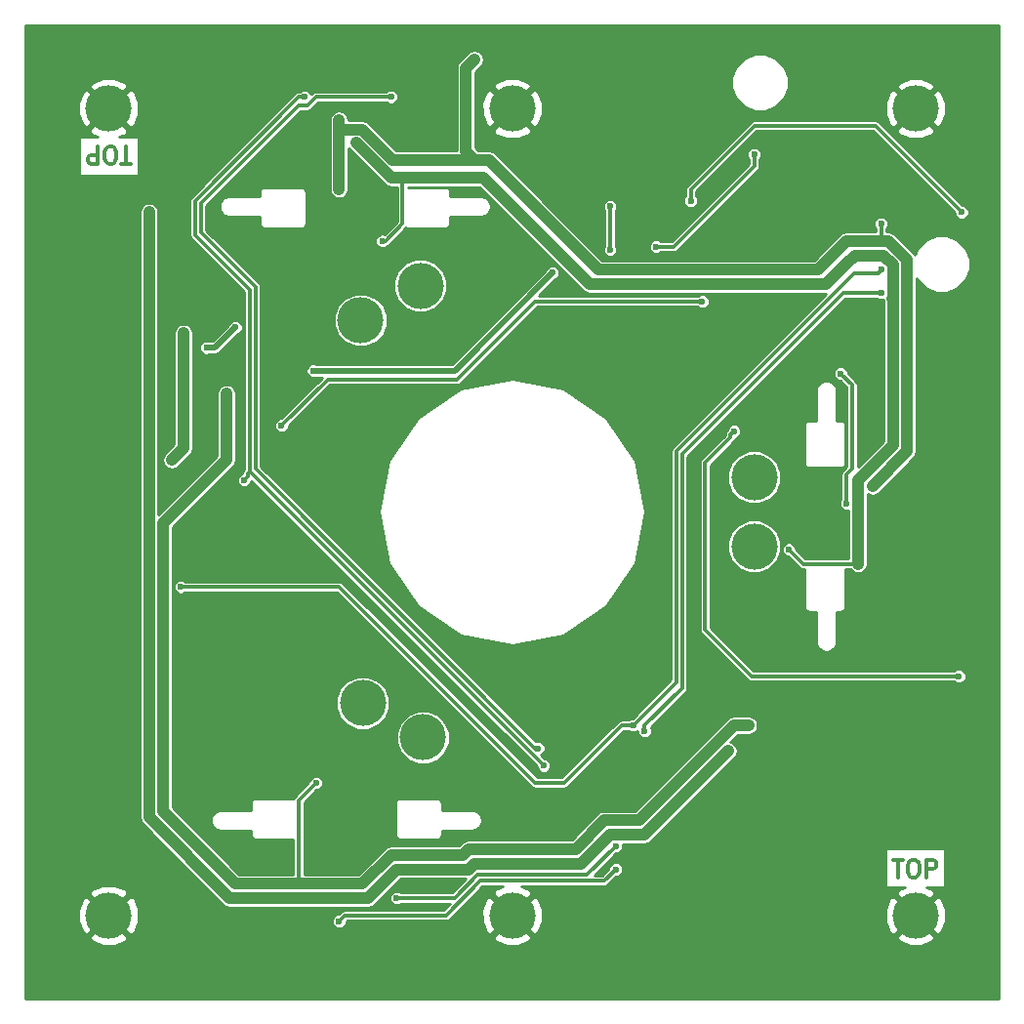
<source format=gtl>
G04 #@! TF.FileFunction,Copper,L1,Top,Signal*
%FSLAX46Y46*%
G04 Gerber Fmt 4.6, Leading zero omitted, Abs format (unit mm)*
G04 Created by KiCad (PCBNEW 4.0.2-stable) date Tue 13 Dec 2016 10:43:35 AM CET*
%MOMM*%
G01*
G04 APERTURE LIST*
%ADD10C,0.100000*%
%ADD11C,0.300000*%
%ADD12C,4.000000*%
%ADD13C,0.600000*%
%ADD14C,0.500000*%
%ADD15C,1.000000*%
%ADD16C,0.254000*%
G04 APERTURE END LIST*
D10*
D11*
X66964286Y-69821429D02*
X66107143Y-69821429D01*
X66535714Y-68321429D02*
X66535714Y-69821429D01*
X65321429Y-69821429D02*
X65035715Y-69821429D01*
X64892857Y-69750000D01*
X64750000Y-69607143D01*
X64678572Y-69321429D01*
X64678572Y-68821429D01*
X64750000Y-68535714D01*
X64892857Y-68392857D01*
X65035715Y-68321429D01*
X65321429Y-68321429D01*
X65464286Y-68392857D01*
X65607143Y-68535714D01*
X65678572Y-68821429D01*
X65678572Y-69321429D01*
X65607143Y-69607143D01*
X65464286Y-69750000D01*
X65321429Y-69821429D01*
X64035714Y-68321429D02*
X64035714Y-69821429D01*
X63464286Y-69821429D01*
X63321428Y-69750000D01*
X63250000Y-69678571D01*
X63178571Y-69535714D01*
X63178571Y-69321429D01*
X63250000Y-69178571D01*
X63321428Y-69107143D01*
X63464286Y-69035714D01*
X64035714Y-69035714D01*
X133035714Y-130178571D02*
X133892857Y-130178571D01*
X133464286Y-131678571D02*
X133464286Y-130178571D01*
X134678571Y-130178571D02*
X134964285Y-130178571D01*
X135107143Y-130250000D01*
X135250000Y-130392857D01*
X135321428Y-130678571D01*
X135321428Y-131178571D01*
X135250000Y-131464286D01*
X135107143Y-131607143D01*
X134964285Y-131678571D01*
X134678571Y-131678571D01*
X134535714Y-131607143D01*
X134392857Y-131464286D01*
X134321428Y-131178571D01*
X134321428Y-130678571D01*
X134392857Y-130392857D01*
X134535714Y-130250000D01*
X134678571Y-130178571D01*
X135964286Y-131678571D02*
X135964286Y-130178571D01*
X136535714Y-130178571D01*
X136678572Y-130250000D01*
X136750000Y-130321429D01*
X136821429Y-130464286D01*
X136821429Y-130678571D01*
X136750000Y-130821429D01*
X136678572Y-130892857D01*
X136535714Y-130964286D01*
X135964286Y-130964286D01*
D12*
X92053848Y-80370835D03*
X65000000Y-135000000D03*
X135000000Y-135000000D03*
X65000000Y-65000000D03*
X135000000Y-65000000D03*
X92258330Y-119562178D03*
X87062178Y-116562178D03*
X86857695Y-83370835D03*
X121000000Y-97000000D03*
X121000000Y-103000000D03*
X100000000Y-135000000D03*
X100000000Y-65000000D03*
D13*
X84750000Y-125500000D03*
X124000000Y-97250000D03*
X83250000Y-76750000D03*
X105500000Y-67425000D03*
X113000000Y-62000000D03*
X130250000Y-63750000D03*
X127500000Y-76250000D03*
X134750000Y-75500000D03*
X120000000Y-72750000D03*
X120500000Y-77250000D03*
X121750000Y-126750000D03*
X127500000Y-117500000D03*
X136500000Y-91500000D03*
X62500000Y-79000000D03*
X67000000Y-83000000D03*
X89000000Y-123500000D03*
X103500000Y-79250000D03*
X82750000Y-87750000D03*
X76000000Y-84000000D03*
X73500000Y-85750000D03*
X71500000Y-84500000D03*
X70500000Y-95500000D03*
X112500000Y-77000000D03*
X121000000Y-69000000D03*
X90000000Y-131000000D03*
X132000000Y-75000000D03*
X131250000Y-97750000D03*
X118750000Y-120750000D03*
X68500000Y-74000000D03*
X127250000Y-78250000D03*
X130860000Y-76500000D03*
X96750000Y-60750000D03*
X85000000Y-72000000D03*
X86000000Y-67000000D03*
X85000000Y-66000000D03*
X85500000Y-133500000D03*
X87000000Y-133500000D03*
X124000000Y-103250000D03*
X96750000Y-71000000D03*
X120500000Y-118500000D03*
X85000000Y-132250000D03*
X75250000Y-89750000D03*
X88750000Y-76500000D03*
X129000000Y-78500000D03*
X86500000Y-68000000D03*
X83000000Y-123500000D03*
X90000000Y-133500000D03*
X109000000Y-129000000D03*
X109000000Y-131000000D03*
X85000000Y-135500000D03*
X102750000Y-121999994D03*
X76750000Y-97250000D03*
X82000000Y-64000000D03*
X102250000Y-120500000D03*
X89500000Y-64000000D03*
X128500000Y-88000000D03*
X129000000Y-99250000D03*
X71250000Y-106500000D03*
X132073176Y-78992126D03*
X110500000Y-118500000D03*
X132000000Y-81000000D03*
X111500000Y-119000000D03*
X115500000Y-73000000D03*
X139000000Y-74000000D03*
X116500000Y-81750000D03*
X80000000Y-92500000D03*
X108500000Y-77250000D03*
X119250000Y-93000000D03*
X138750000Y-114250000D03*
X108500000Y-73500000D03*
D14*
X67000000Y-83000000D02*
X66500000Y-83000000D01*
X66500000Y-83000000D02*
X62500000Y-79000000D01*
X82750000Y-87750000D02*
X95000000Y-87750000D01*
X95000000Y-87750000D02*
X103500000Y-79250000D01*
X73500000Y-85750000D02*
X74250000Y-85750000D01*
X74250000Y-85750000D02*
X76000000Y-84000000D01*
D15*
X70500000Y-95500000D02*
X71500000Y-94500000D01*
X71500000Y-94500000D02*
X71500000Y-84500000D01*
D11*
X121000000Y-69000000D02*
X121000000Y-70000000D01*
X121000000Y-70000000D02*
X114000000Y-77000000D01*
X114000000Y-77000000D02*
X112500000Y-77000000D01*
D15*
X89700001Y-131299999D02*
X90000000Y-131000000D01*
X87000000Y-133500000D02*
X87500000Y-133500000D01*
X90674264Y-131000000D02*
X90000000Y-131000000D01*
X96250000Y-131000000D02*
X90674264Y-131000000D01*
X96750000Y-130500000D02*
X96250000Y-131000000D01*
X87500000Y-133500000D02*
X89700001Y-131299999D01*
X106000000Y-130500000D02*
X96750000Y-130500000D01*
X108500000Y-128000000D02*
X106000000Y-130500000D01*
X111500000Y-128000000D02*
X108500000Y-128000000D01*
X118750000Y-120750000D02*
X111500000Y-128000000D01*
X90750000Y-131000000D02*
X90674264Y-131000000D01*
X130860000Y-76500000D02*
X132000000Y-76500000D01*
X132000000Y-76500000D02*
X132602586Y-76500000D01*
D11*
X132000000Y-75000000D02*
X132000000Y-76500000D01*
D15*
X134250000Y-81750000D02*
X134250000Y-94750000D01*
X134250000Y-94750000D02*
X131250000Y-97750000D01*
X134250000Y-78147414D02*
X134250000Y-81750000D01*
X132602586Y-76500000D02*
X134250000Y-78147414D01*
X127250000Y-78250000D02*
X126500000Y-79000000D01*
X126500000Y-79000000D02*
X107500000Y-79000000D01*
X107500000Y-79000000D02*
X98000000Y-69500000D01*
X98000000Y-69500000D02*
X96750000Y-69500000D01*
X85500000Y-133500000D02*
X87000000Y-133500000D01*
X68500000Y-126500000D02*
X75500000Y-133500000D01*
X75500000Y-133500000D02*
X85500000Y-133500000D01*
X68500000Y-74000000D02*
X68500000Y-126500000D01*
X129000000Y-76500000D02*
X127250000Y-78250000D01*
X130860000Y-76500000D02*
X129000000Y-76500000D01*
X96750000Y-69500000D02*
X96000000Y-68750000D01*
X96000000Y-68750000D02*
X96000000Y-61500000D01*
X96000000Y-61500000D02*
X96750000Y-60750000D01*
X96750000Y-69500000D02*
X89626358Y-69500000D01*
X89626358Y-69500000D02*
X86976350Y-66849992D01*
X85349992Y-66849992D02*
X85000000Y-66500000D01*
X86976350Y-66849992D02*
X85349992Y-66849992D01*
X85000000Y-67000000D02*
X85000000Y-72000000D01*
D11*
X86000000Y-67000000D02*
X85000000Y-67000000D01*
D15*
X85000000Y-67000000D02*
X85000000Y-66500000D01*
X85000000Y-66500000D02*
X85000000Y-66000000D01*
X85000000Y-132250000D02*
X87000000Y-132250000D01*
X87000000Y-132250000D02*
X89500000Y-129750000D01*
X89500000Y-129750000D02*
X95750000Y-129750000D01*
X95750000Y-129750000D02*
X96250000Y-129250000D01*
X96250000Y-129250000D02*
X105500000Y-129250000D01*
X105500000Y-129250000D02*
X108000000Y-126750000D01*
X108000000Y-126750000D02*
X111000000Y-126750000D01*
X111000000Y-126750000D02*
X119250000Y-118500000D01*
X119250000Y-118500000D02*
X120500000Y-118500000D01*
X75250000Y-89750000D02*
X75250000Y-95500000D01*
X75250000Y-95500000D02*
X69750000Y-101000000D01*
X69750000Y-101000000D02*
X69750000Y-126000000D01*
X69750000Y-126000000D02*
X76000000Y-132250000D01*
X76000000Y-132250000D02*
X81500000Y-132250000D01*
X133023177Y-81476823D02*
X133023177Y-94226823D01*
X133023177Y-94226823D02*
X130000000Y-97250000D01*
X130000000Y-97250000D02*
X130000000Y-104500000D01*
X133023177Y-81476823D02*
X133000000Y-81500000D01*
X129000000Y-78500000D02*
X129750000Y-77750000D01*
X133023177Y-78546951D02*
X133023177Y-81476823D01*
X132226226Y-77750000D02*
X133023177Y-78546951D01*
X129750000Y-77750000D02*
X132226226Y-77750000D01*
D11*
X130000000Y-104500000D02*
X125250000Y-104500000D01*
X125250000Y-104500000D02*
X124000000Y-103250000D01*
D15*
X90500000Y-71000000D02*
X96750000Y-71000000D01*
X106750000Y-80250000D02*
X127250000Y-80250000D01*
X96750000Y-71000000D02*
X97500000Y-71000000D01*
X97500000Y-71000000D02*
X106750000Y-80250000D01*
X127250000Y-80250000D02*
X129000000Y-78500000D01*
X89500000Y-71000000D02*
X90500000Y-71000000D01*
X86500000Y-68000000D02*
X89500000Y-71000000D01*
D11*
X90500000Y-72000000D02*
X90500000Y-71000000D01*
D15*
X81500000Y-132250000D02*
X85000000Y-132250000D01*
D11*
X81500000Y-125000000D02*
X81500000Y-132250000D01*
X83000000Y-123500000D02*
X81500000Y-125000000D01*
X88750000Y-76500000D02*
X89000000Y-76500000D01*
X89000000Y-76500000D02*
X90500000Y-75000000D01*
X90500000Y-75000000D02*
X90500000Y-72000000D01*
X95000000Y-133500000D02*
X90424264Y-133500000D01*
X97000000Y-131500000D02*
X95000000Y-133500000D01*
X106500000Y-131500000D02*
X97000000Y-131500000D01*
X109000000Y-129000000D02*
X106500000Y-131500000D01*
X90424264Y-133500000D02*
X90000000Y-133500000D01*
X85000000Y-135500000D02*
X85500000Y-135000000D01*
X85500000Y-135000000D02*
X94250000Y-135000000D01*
X94250000Y-135000000D02*
X97250000Y-132000000D01*
X97250000Y-132000000D02*
X108000000Y-132000000D01*
X108000000Y-132000000D02*
X109000000Y-131000000D01*
X77049999Y-96950001D02*
X77049999Y-96700001D01*
X77049999Y-96700001D02*
X77250000Y-96500000D01*
X82000000Y-64000000D02*
X81500000Y-64000000D01*
X77250000Y-96500000D02*
X102749994Y-121999994D01*
X81500000Y-64000000D02*
X72500000Y-73000000D01*
X72500000Y-76000000D02*
X77250000Y-80750000D01*
X72500000Y-73000000D02*
X72500000Y-76000000D01*
X77250000Y-80750000D02*
X77250000Y-96500000D01*
X102749994Y-121999994D02*
X102750000Y-121999994D01*
X76750000Y-97250000D02*
X77049999Y-96950001D01*
X89075736Y-64000000D02*
X89500000Y-64000000D01*
X83000000Y-64000000D02*
X89075736Y-64000000D01*
X81500000Y-64750000D02*
X82250000Y-64750000D01*
X73000000Y-73250000D02*
X81500000Y-64750000D01*
X73000000Y-75750000D02*
X73000000Y-73250000D01*
X82250000Y-64750000D02*
X83000000Y-64000000D01*
X77750000Y-80500000D02*
X73000000Y-75750000D01*
X77750000Y-96250000D02*
X77750000Y-80500000D01*
X102000000Y-120500000D02*
X77750000Y-96250000D01*
X102250000Y-120500000D02*
X102000000Y-120500000D01*
X129500000Y-90500000D02*
X129500000Y-89000000D01*
X129500000Y-89000000D02*
X128500000Y-88000000D01*
X129500000Y-96250000D02*
X129500000Y-90500000D01*
X129000000Y-96750000D02*
X129500000Y-96250000D01*
X129000000Y-97250000D02*
X129000000Y-96750000D01*
X129000000Y-99250000D02*
X129000000Y-97250000D01*
X110500000Y-118500000D02*
X114250000Y-114750000D01*
X114250000Y-114750000D02*
X114250000Y-94750000D01*
X114250000Y-94750000D02*
X129707875Y-79292125D01*
X129707875Y-79292125D02*
X131773177Y-79292125D01*
X131773177Y-79292125D02*
X132073176Y-78992126D01*
X110500000Y-118500000D02*
X109500000Y-118500000D01*
X109500000Y-118500000D02*
X104500000Y-123500000D01*
X104500000Y-123500000D02*
X102000000Y-123500000D01*
X85000000Y-106500000D02*
X77750000Y-106500000D01*
X102000000Y-123500000D02*
X85000000Y-106500000D01*
X77750000Y-106500000D02*
X71250000Y-106500000D01*
X111500000Y-119000000D02*
X111500000Y-118500000D01*
X111500000Y-118500000D02*
X114750000Y-115250000D01*
X114750000Y-95000000D02*
X128750000Y-81000000D01*
X114750000Y-115250000D02*
X114750000Y-95000000D01*
X128750000Y-81000000D02*
X132000000Y-81000000D01*
X139000000Y-74000000D02*
X131500000Y-66500000D01*
X131500000Y-66500000D02*
X121000000Y-66500000D01*
X121000000Y-66500000D02*
X115500000Y-72000000D01*
X115500000Y-72000000D02*
X115500000Y-73000000D01*
X80000000Y-92500000D02*
X84000000Y-88500000D01*
X84000000Y-88500000D02*
X95250000Y-88500000D01*
X95250000Y-88500000D02*
X102000000Y-81750000D01*
X102000000Y-81750000D02*
X116500000Y-81750000D01*
X108500000Y-77250000D02*
X108500000Y-73500000D01*
X119250000Y-93000000D02*
X118950001Y-93299999D01*
X118950001Y-93299999D02*
X118950001Y-93549999D01*
X116750000Y-110250000D02*
X120750000Y-114250000D01*
X120750000Y-114250000D02*
X138750000Y-114250000D01*
X116750000Y-95750000D02*
X116750000Y-110250000D01*
X118950001Y-93549999D02*
X116750000Y-95750000D01*
D16*
G36*
X142172500Y-142172500D02*
X57827500Y-142172500D01*
X57827500Y-136875022D01*
X63304584Y-136875022D01*
X63525353Y-137245743D01*
X64497012Y-137639119D01*
X65545247Y-137630713D01*
X66474647Y-137245743D01*
X66695416Y-136875022D01*
X98304584Y-136875022D01*
X98525353Y-137245743D01*
X99497012Y-137639119D01*
X100545247Y-137630713D01*
X101474647Y-137245743D01*
X101695416Y-136875022D01*
X133304584Y-136875022D01*
X133525353Y-137245743D01*
X134497012Y-137639119D01*
X135545247Y-137630713D01*
X136474647Y-137245743D01*
X136695416Y-136875022D01*
X135000000Y-135179605D01*
X133304584Y-136875022D01*
X101695416Y-136875022D01*
X100000000Y-135179605D01*
X98304584Y-136875022D01*
X66695416Y-136875022D01*
X65000000Y-135179605D01*
X63304584Y-136875022D01*
X57827500Y-136875022D01*
X57827500Y-134497012D01*
X62360881Y-134497012D01*
X62369287Y-135545247D01*
X62754257Y-136474647D01*
X63124978Y-136695416D01*
X64820395Y-135000000D01*
X65179605Y-135000000D01*
X66875022Y-136695416D01*
X67245743Y-136474647D01*
X67639119Y-135502988D01*
X67630713Y-134454753D01*
X67245743Y-133525353D01*
X66875022Y-133304584D01*
X65179605Y-135000000D01*
X64820395Y-135000000D01*
X63124978Y-133304584D01*
X62754257Y-133525353D01*
X62360881Y-134497012D01*
X57827500Y-134497012D01*
X57827500Y-133124978D01*
X63304584Y-133124978D01*
X65000000Y-134820395D01*
X66695416Y-133124978D01*
X66474647Y-132754257D01*
X65502988Y-132360881D01*
X64454753Y-132369287D01*
X63525353Y-132754257D01*
X63304584Y-133124978D01*
X57827500Y-133124978D01*
X57827500Y-74000000D01*
X67673000Y-74000000D01*
X67673000Y-126500000D01*
X67735952Y-126816479D01*
X67915223Y-127084777D01*
X74915223Y-134084777D01*
X75183521Y-134264048D01*
X75500000Y-134327000D01*
X87500000Y-134327000D01*
X87816479Y-134264048D01*
X88084777Y-134084777D01*
X90342554Y-131827000D01*
X95998420Y-131827000D01*
X94802420Y-133023000D01*
X90409771Y-133023000D01*
X90355631Y-132968765D01*
X90125265Y-132873109D01*
X89875829Y-132872891D01*
X89645297Y-132968145D01*
X89468765Y-133144369D01*
X89373109Y-133374735D01*
X89372891Y-133624171D01*
X89468145Y-133854703D01*
X89644369Y-134031235D01*
X89874735Y-134126891D01*
X90124171Y-134127109D01*
X90354703Y-134031855D01*
X90409654Y-133977000D01*
X94598420Y-133977000D01*
X94052420Y-134523000D01*
X85500000Y-134523000D01*
X85317460Y-134559309D01*
X85162710Y-134662710D01*
X84952462Y-134872958D01*
X84875829Y-134872891D01*
X84645297Y-134968145D01*
X84468765Y-135144369D01*
X84373109Y-135374735D01*
X84372891Y-135624171D01*
X84468145Y-135854703D01*
X84644369Y-136031235D01*
X84874735Y-136126891D01*
X85124171Y-136127109D01*
X85354703Y-136031855D01*
X85531235Y-135855631D01*
X85626891Y-135625265D01*
X85626959Y-135547621D01*
X85697580Y-135477000D01*
X94250000Y-135477000D01*
X94432540Y-135440691D01*
X94587290Y-135337290D01*
X95427568Y-134497012D01*
X97360881Y-134497012D01*
X97369287Y-135545247D01*
X97754257Y-136474647D01*
X98124978Y-136695416D01*
X99820395Y-135000000D01*
X100179605Y-135000000D01*
X101875022Y-136695416D01*
X102245743Y-136474647D01*
X102639119Y-135502988D01*
X102631052Y-134497012D01*
X132360881Y-134497012D01*
X132369287Y-135545247D01*
X132754257Y-136474647D01*
X133124978Y-136695416D01*
X134820395Y-135000000D01*
X135179605Y-135000000D01*
X136875022Y-136695416D01*
X137245743Y-136474647D01*
X137639119Y-135502988D01*
X137630713Y-134454753D01*
X137245743Y-133525353D01*
X136875022Y-133304584D01*
X135179605Y-135000000D01*
X134820395Y-135000000D01*
X133124978Y-133304584D01*
X132754257Y-133525353D01*
X132360881Y-134497012D01*
X102631052Y-134497012D01*
X102630713Y-134454753D01*
X102245743Y-133525353D01*
X101875022Y-133304584D01*
X100179605Y-135000000D01*
X99820395Y-135000000D01*
X98124978Y-133304584D01*
X97754257Y-133525353D01*
X97360881Y-134497012D01*
X95427568Y-134497012D01*
X97447580Y-132477000D01*
X99194711Y-132477000D01*
X98525353Y-132754257D01*
X98304584Y-133124978D01*
X100000000Y-134820395D01*
X101695416Y-133124978D01*
X101474647Y-132754257D01*
X100789808Y-132477000D01*
X108000000Y-132477000D01*
X108182540Y-132440691D01*
X108337290Y-132337290D01*
X109047538Y-131627042D01*
X109124171Y-131627109D01*
X109354703Y-131531855D01*
X109531235Y-131355631D01*
X109626891Y-131125265D01*
X109627109Y-130875829D01*
X109531855Y-130645297D01*
X109355631Y-130468765D01*
X109125265Y-130373109D01*
X108875829Y-130372891D01*
X108645297Y-130468145D01*
X108468765Y-130644369D01*
X108373109Y-130874735D01*
X108373041Y-130952379D01*
X107802420Y-131523000D01*
X107151580Y-131523000D01*
X109047538Y-129627042D01*
X109124171Y-129627109D01*
X109354703Y-129531855D01*
X109531235Y-129355631D01*
X109607069Y-129173000D01*
X132415857Y-129173000D01*
X132415857Y-132527000D01*
X134074000Y-132527000D01*
X133525353Y-132754257D01*
X133304584Y-133124978D01*
X135000000Y-134820395D01*
X136695416Y-133124978D01*
X136474647Y-132754257D01*
X135913310Y-132527000D01*
X137584143Y-132527000D01*
X137584143Y-129173000D01*
X132415857Y-129173000D01*
X109607069Y-129173000D01*
X109626891Y-129125265D01*
X109627109Y-128875829D01*
X109606933Y-128827000D01*
X111500000Y-128827000D01*
X111816479Y-128764048D01*
X112084777Y-128584777D01*
X119334777Y-121334778D01*
X119514048Y-121066479D01*
X119576999Y-120750000D01*
X119514048Y-120433521D01*
X119334777Y-120165223D01*
X119066479Y-119985952D01*
X118955648Y-119963906D01*
X119592554Y-119327000D01*
X120500000Y-119327000D01*
X120816479Y-119264048D01*
X121084777Y-119084777D01*
X121264048Y-118816479D01*
X121327000Y-118500000D01*
X121264048Y-118183521D01*
X121084777Y-117915223D01*
X120816479Y-117735952D01*
X120500000Y-117673000D01*
X119250000Y-117673000D01*
X118933521Y-117735952D01*
X118665223Y-117915223D01*
X110657446Y-125923000D01*
X108000000Y-125923000D01*
X107683521Y-125985952D01*
X107415223Y-126165223D01*
X105157446Y-128423000D01*
X96250000Y-128423000D01*
X95933521Y-128485952D01*
X95665223Y-128665223D01*
X95407446Y-128923000D01*
X89500000Y-128923000D01*
X89183521Y-128985952D01*
X88915223Y-129165223D01*
X86657446Y-131423000D01*
X81977000Y-131423000D01*
X81977000Y-125250000D01*
X89848000Y-125250000D01*
X89848000Y-128000000D01*
X89878600Y-128153839D01*
X89965743Y-128284257D01*
X90096161Y-128371400D01*
X90250000Y-128402000D01*
X93500000Y-128402000D01*
X93653839Y-128371400D01*
X93784257Y-128284257D01*
X93871400Y-128153839D01*
X93902000Y-128000000D01*
X93902000Y-127652000D01*
X96500000Y-127652000D01*
X96538832Y-127644276D01*
X96578426Y-127644276D01*
X96769768Y-127606216D01*
X96769770Y-127606216D01*
X96854658Y-127571054D01*
X96914682Y-127546191D01*
X96914683Y-127546190D01*
X97076894Y-127437803D01*
X97132348Y-127382348D01*
X97187803Y-127326894D01*
X97296190Y-127164683D01*
X97356216Y-127019770D01*
X97356216Y-127019768D01*
X97394276Y-126828425D01*
X97394276Y-126671573D01*
X97394275Y-126671571D01*
X97356216Y-126480232D01*
X97356216Y-126480230D01*
X97296190Y-126335317D01*
X97187803Y-126173106D01*
X97132348Y-126117652D01*
X97076894Y-126062197D01*
X96914683Y-125953810D01*
X96914682Y-125953809D01*
X96821527Y-125915223D01*
X96769770Y-125893784D01*
X96769768Y-125893784D01*
X96578426Y-125855724D01*
X96538832Y-125855724D01*
X96500000Y-125848000D01*
X93902000Y-125848000D01*
X93902000Y-125250000D01*
X93871400Y-125096161D01*
X93784257Y-124965743D01*
X93653839Y-124878600D01*
X93500000Y-124848000D01*
X90250000Y-124848000D01*
X90096161Y-124878600D01*
X89965743Y-124965743D01*
X89878600Y-125096161D01*
X89848000Y-125250000D01*
X81977000Y-125250000D01*
X81977000Y-125197580D01*
X83047538Y-124127042D01*
X83124171Y-124127109D01*
X83354703Y-124031855D01*
X83531235Y-123855631D01*
X83626891Y-123625265D01*
X83627109Y-123375829D01*
X83531855Y-123145297D01*
X83355631Y-122968765D01*
X83125265Y-122873109D01*
X82875829Y-122872891D01*
X82645297Y-122968145D01*
X82468765Y-123144369D01*
X82373109Y-123374735D01*
X82373041Y-123452379D01*
X81162710Y-124662710D01*
X81059309Y-124817460D01*
X81051208Y-124858186D01*
X81000000Y-124848000D01*
X77750000Y-124848000D01*
X77596161Y-124878600D01*
X77465743Y-124965743D01*
X77378600Y-125096161D01*
X77348000Y-125250000D01*
X77348000Y-125848000D01*
X74750000Y-125848000D01*
X74711168Y-125855724D01*
X74671575Y-125855724D01*
X74480232Y-125893784D01*
X74480230Y-125893784D01*
X74409698Y-125923000D01*
X74335322Y-125953808D01*
X74335317Y-125953810D01*
X74173106Y-126062197D01*
X74117652Y-126117652D01*
X74062197Y-126173106D01*
X73953810Y-126335317D01*
X73953809Y-126335318D01*
X73940899Y-126366486D01*
X73893784Y-126480230D01*
X73893784Y-126480232D01*
X73855724Y-126671572D01*
X73855724Y-126828426D01*
X73893784Y-127019768D01*
X73893784Y-127019770D01*
X73920494Y-127084252D01*
X73953809Y-127164682D01*
X73953810Y-127164683D01*
X74062197Y-127326894D01*
X74117652Y-127382348D01*
X74173106Y-127437803D01*
X74335317Y-127546190D01*
X74335319Y-127546191D01*
X74360180Y-127556489D01*
X74480230Y-127606216D01*
X74480232Y-127606216D01*
X74671575Y-127644276D01*
X74711168Y-127644276D01*
X74750000Y-127652000D01*
X77348000Y-127652000D01*
X77348000Y-128000000D01*
X77378600Y-128153839D01*
X77465743Y-128284257D01*
X77596161Y-128371400D01*
X77750000Y-128402000D01*
X81000000Y-128402000D01*
X81023000Y-128397425D01*
X81023000Y-131423000D01*
X76342554Y-131423000D01*
X70577000Y-125657446D01*
X70577000Y-120023016D01*
X89930927Y-120023016D01*
X90284445Y-120878596D01*
X90938469Y-121533763D01*
X91793430Y-121888774D01*
X92719168Y-121889581D01*
X93574748Y-121536063D01*
X94229915Y-120882039D01*
X94584926Y-120027078D01*
X94585733Y-119101340D01*
X94232215Y-118245760D01*
X93578191Y-117590593D01*
X92723230Y-117235582D01*
X91797492Y-117234775D01*
X90941912Y-117588293D01*
X90286745Y-118242317D01*
X89931734Y-119097278D01*
X89930927Y-120023016D01*
X70577000Y-120023016D01*
X70577000Y-117023016D01*
X84734775Y-117023016D01*
X85088293Y-117878596D01*
X85742317Y-118533763D01*
X86597278Y-118888774D01*
X87523016Y-118889581D01*
X88378596Y-118536063D01*
X89033763Y-117882039D01*
X89388774Y-117027078D01*
X89389581Y-116101340D01*
X89036063Y-115245760D01*
X88382039Y-114590593D01*
X87527078Y-114235582D01*
X86601340Y-114234775D01*
X85745760Y-114588293D01*
X85090593Y-115242317D01*
X84735582Y-116097278D01*
X84734775Y-117023016D01*
X70577000Y-117023016D01*
X70577000Y-106624171D01*
X70622891Y-106624171D01*
X70718145Y-106854703D01*
X70894369Y-107031235D01*
X71124735Y-107126891D01*
X71374171Y-107127109D01*
X71604703Y-107031855D01*
X71659654Y-106977000D01*
X84802420Y-106977000D01*
X101662710Y-123837290D01*
X101817460Y-123940691D01*
X102000000Y-123977000D01*
X104500000Y-123977000D01*
X104682540Y-123940691D01*
X104837290Y-123837290D01*
X109697580Y-118977000D01*
X110090229Y-118977000D01*
X110144369Y-119031235D01*
X110374735Y-119126891D01*
X110624171Y-119127109D01*
X110854703Y-119031855D01*
X110872988Y-119013602D01*
X110872891Y-119124171D01*
X110968145Y-119354703D01*
X111144369Y-119531235D01*
X111374735Y-119626891D01*
X111624171Y-119627109D01*
X111854703Y-119531855D01*
X112031235Y-119355631D01*
X112126891Y-119125265D01*
X112127109Y-118875829D01*
X112031855Y-118645297D01*
X112030570Y-118644010D01*
X115087290Y-115587290D01*
X115190691Y-115432540D01*
X115227000Y-115250000D01*
X115227000Y-95750000D01*
X116273000Y-95750000D01*
X116273000Y-110250000D01*
X116309309Y-110432540D01*
X116412710Y-110587290D01*
X120412710Y-114587290D01*
X120567460Y-114690691D01*
X120750000Y-114727000D01*
X138340229Y-114727000D01*
X138394369Y-114781235D01*
X138624735Y-114876891D01*
X138874171Y-114877109D01*
X139104703Y-114781855D01*
X139281235Y-114605631D01*
X139376891Y-114375265D01*
X139377109Y-114125829D01*
X139281855Y-113895297D01*
X139105631Y-113718765D01*
X138875265Y-113623109D01*
X138625829Y-113622891D01*
X138395297Y-113718145D01*
X138340346Y-113773000D01*
X120947580Y-113773000D01*
X117227000Y-110052420D01*
X117227000Y-103460838D01*
X118672597Y-103460838D01*
X119026115Y-104316418D01*
X119680139Y-104971585D01*
X120535100Y-105326596D01*
X121460838Y-105327403D01*
X122316418Y-104973885D01*
X122971585Y-104319861D01*
X123326596Y-103464900D01*
X123327403Y-102539162D01*
X122973885Y-101683582D01*
X122319861Y-101028415D01*
X121464900Y-100673404D01*
X120539162Y-100672597D01*
X119683582Y-101026115D01*
X119028415Y-101680139D01*
X118673404Y-102535100D01*
X118672597Y-103460838D01*
X117227000Y-103460838D01*
X117227000Y-97460838D01*
X118672597Y-97460838D01*
X119026115Y-98316418D01*
X119680139Y-98971585D01*
X120535100Y-99326596D01*
X121460838Y-99327403D01*
X122316418Y-98973885D01*
X122971585Y-98319861D01*
X123326596Y-97464900D01*
X123327403Y-96539162D01*
X122973885Y-95683582D01*
X122319861Y-95028415D01*
X121464900Y-94673404D01*
X120539162Y-94672597D01*
X119683582Y-95026115D01*
X119028415Y-95680139D01*
X118673404Y-96535100D01*
X118672597Y-97460838D01*
X117227000Y-97460838D01*
X117227000Y-95947580D01*
X119287291Y-93887289D01*
X119390692Y-93732540D01*
X119415020Y-93610230D01*
X119604703Y-93531855D01*
X119781235Y-93355631D01*
X119876891Y-93125265D01*
X119877109Y-92875829D01*
X119781855Y-92645297D01*
X119636812Y-92500000D01*
X125348000Y-92500000D01*
X125348000Y-95750000D01*
X125378600Y-95903839D01*
X125465743Y-96034257D01*
X125596161Y-96121400D01*
X125750000Y-96152000D01*
X128500000Y-96152000D01*
X128653839Y-96121400D01*
X128784257Y-96034257D01*
X128871400Y-95903839D01*
X128902000Y-95750000D01*
X128902000Y-92500000D01*
X128871400Y-92346161D01*
X128784257Y-92215743D01*
X128653839Y-92128600D01*
X128500000Y-92098000D01*
X128152000Y-92098000D01*
X128152000Y-89500000D01*
X128144276Y-89461168D01*
X128144276Y-89421575D01*
X128106216Y-89230232D01*
X128106216Y-89230230D01*
X128046190Y-89085317D01*
X127937803Y-88923106D01*
X127882348Y-88867652D01*
X127826894Y-88812197D01*
X127664683Y-88703810D01*
X127664682Y-88703809D01*
X127572797Y-88665749D01*
X127519770Y-88643784D01*
X127519768Y-88643784D01*
X127328428Y-88605724D01*
X127171573Y-88605724D01*
X127171571Y-88605725D01*
X126980232Y-88643784D01*
X126980230Y-88643784D01*
X126860180Y-88693511D01*
X126835322Y-88703808D01*
X126835317Y-88703810D01*
X126673106Y-88812197D01*
X126617652Y-88867652D01*
X126562197Y-88923106D01*
X126453810Y-89085317D01*
X126453809Y-89085318D01*
X126440899Y-89116486D01*
X126393784Y-89230230D01*
X126393784Y-89230232D01*
X126355724Y-89421574D01*
X126355724Y-89461168D01*
X126348000Y-89500000D01*
X126348000Y-92098000D01*
X125750000Y-92098000D01*
X125596161Y-92128600D01*
X125465743Y-92215743D01*
X125378600Y-92346161D01*
X125348000Y-92500000D01*
X119636812Y-92500000D01*
X119605631Y-92468765D01*
X119375265Y-92373109D01*
X119125829Y-92372891D01*
X118895297Y-92468145D01*
X118718765Y-92644369D01*
X118623109Y-92874735D01*
X118623041Y-92952379D01*
X118612711Y-92962709D01*
X118509310Y-93117459D01*
X118473001Y-93299999D01*
X118473001Y-93352419D01*
X116412710Y-95412710D01*
X116309309Y-95567460D01*
X116273000Y-95750000D01*
X115227000Y-95750000D01*
X115227000Y-95197580D01*
X128947580Y-81477000D01*
X131590229Y-81477000D01*
X131644369Y-81531235D01*
X131874735Y-81626891D01*
X132124171Y-81627109D01*
X132192655Y-81598812D01*
X132196177Y-81616518D01*
X132196177Y-93884269D01*
X129977000Y-96103446D01*
X129977000Y-89000000D01*
X129940691Y-88817460D01*
X129837290Y-88662710D01*
X129127042Y-87952462D01*
X129127109Y-87875829D01*
X129031855Y-87645297D01*
X128855631Y-87468765D01*
X128625265Y-87373109D01*
X128375829Y-87372891D01*
X128145297Y-87468145D01*
X127968765Y-87644369D01*
X127873109Y-87874735D01*
X127872891Y-88124171D01*
X127968145Y-88354703D01*
X128144369Y-88531235D01*
X128374735Y-88626891D01*
X128452379Y-88626959D01*
X129023000Y-89197580D01*
X129023000Y-96052420D01*
X128662710Y-96412710D01*
X128559309Y-96567460D01*
X128523000Y-96750000D01*
X128523000Y-98840229D01*
X128468765Y-98894369D01*
X128373109Y-99124735D01*
X128372891Y-99374171D01*
X128468145Y-99604703D01*
X128644369Y-99781235D01*
X128874735Y-99876891D01*
X129124171Y-99877109D01*
X129173000Y-99856933D01*
X129173000Y-104023000D01*
X125447580Y-104023000D01*
X124627042Y-103202462D01*
X124627109Y-103125829D01*
X124531855Y-102895297D01*
X124355631Y-102718765D01*
X124125265Y-102623109D01*
X123875829Y-102622891D01*
X123645297Y-102718145D01*
X123468765Y-102894369D01*
X123373109Y-103124735D01*
X123372891Y-103374171D01*
X123468145Y-103604703D01*
X123644369Y-103781235D01*
X123874735Y-103876891D01*
X123952379Y-103876959D01*
X124912710Y-104837290D01*
X125067460Y-104940691D01*
X125250000Y-104977000D01*
X125352575Y-104977000D01*
X125348000Y-105000000D01*
X125348000Y-108250000D01*
X125378600Y-108403839D01*
X125465743Y-108534257D01*
X125596161Y-108621400D01*
X125750000Y-108652000D01*
X126348000Y-108652000D01*
X126348000Y-111250000D01*
X126355724Y-111288832D01*
X126355724Y-111328426D01*
X126393784Y-111519768D01*
X126393784Y-111519770D01*
X126417697Y-111577500D01*
X126453809Y-111664682D01*
X126453810Y-111664683D01*
X126562197Y-111826894D01*
X126617652Y-111882348D01*
X126673106Y-111937803D01*
X126835317Y-112046190D01*
X126835319Y-112046191D01*
X126860180Y-112056489D01*
X126980230Y-112106216D01*
X126980232Y-112106216D01*
X127171571Y-112144275D01*
X127171573Y-112144276D01*
X127328428Y-112144276D01*
X127519768Y-112106216D01*
X127519770Y-112106216D01*
X127604658Y-112071054D01*
X127664682Y-112046191D01*
X127664683Y-112046190D01*
X127826894Y-111937803D01*
X127882348Y-111882348D01*
X127937803Y-111826894D01*
X128046190Y-111664683D01*
X128106216Y-111519770D01*
X128106216Y-111519768D01*
X128144276Y-111328425D01*
X128144276Y-111288832D01*
X128152000Y-111250000D01*
X128152000Y-108652000D01*
X128500000Y-108652000D01*
X128653839Y-108621400D01*
X128784257Y-108534257D01*
X128871400Y-108403839D01*
X128902000Y-108250000D01*
X128902000Y-105000000D01*
X128897425Y-104977000D01*
X129343209Y-104977000D01*
X129415223Y-105084777D01*
X129683521Y-105264048D01*
X130000000Y-105327000D01*
X130316479Y-105264048D01*
X130584777Y-105084777D01*
X130764048Y-104816479D01*
X130827000Y-104500000D01*
X130827000Y-98442873D01*
X130933521Y-98514048D01*
X131250000Y-98577000D01*
X131566479Y-98514048D01*
X131834777Y-98334777D01*
X134834778Y-95334777D01*
X135014048Y-95066479D01*
X135077000Y-94750000D01*
X135077000Y-79753719D01*
X135137969Y-79901275D01*
X135834152Y-80598674D01*
X136744225Y-80976569D01*
X137729636Y-80977429D01*
X138640367Y-80601123D01*
X139337766Y-79904940D01*
X139715661Y-78994867D01*
X139716521Y-78009456D01*
X139340215Y-77098725D01*
X138644032Y-76401326D01*
X137733959Y-76023431D01*
X136748548Y-76022571D01*
X135837817Y-76398877D01*
X135140418Y-77095060D01*
X134903534Y-77665540D01*
X134834777Y-77562637D01*
X133187363Y-75915223D01*
X132919065Y-75735952D01*
X132602586Y-75673000D01*
X132477000Y-75673000D01*
X132477000Y-75409771D01*
X132531235Y-75355631D01*
X132626891Y-75125265D01*
X132627109Y-74875829D01*
X132531855Y-74645297D01*
X132355631Y-74468765D01*
X132125265Y-74373109D01*
X131875829Y-74372891D01*
X131645297Y-74468145D01*
X131468765Y-74644369D01*
X131373109Y-74874735D01*
X131372891Y-75124171D01*
X131468145Y-75354703D01*
X131523000Y-75409654D01*
X131523000Y-75673000D01*
X129000000Y-75673000D01*
X128683521Y-75735952D01*
X128415223Y-75915223D01*
X126157446Y-78173000D01*
X107842554Y-78173000D01*
X103293725Y-73624171D01*
X107872891Y-73624171D01*
X107968145Y-73854703D01*
X108023000Y-73909654D01*
X108023000Y-76840229D01*
X107968765Y-76894369D01*
X107873109Y-77124735D01*
X107872891Y-77374171D01*
X107968145Y-77604703D01*
X108144369Y-77781235D01*
X108374735Y-77876891D01*
X108624171Y-77877109D01*
X108854703Y-77781855D01*
X109031235Y-77605631D01*
X109126891Y-77375265D01*
X109127109Y-77125829D01*
X109126424Y-77124171D01*
X111872891Y-77124171D01*
X111968145Y-77354703D01*
X112144369Y-77531235D01*
X112374735Y-77626891D01*
X112624171Y-77627109D01*
X112854703Y-77531855D01*
X112909654Y-77477000D01*
X114000000Y-77477000D01*
X114182540Y-77440691D01*
X114337290Y-77337290D01*
X121337290Y-70337290D01*
X121440691Y-70182540D01*
X121477000Y-70000000D01*
X121477000Y-69409771D01*
X121531235Y-69355631D01*
X121626891Y-69125265D01*
X121627109Y-68875829D01*
X121531855Y-68645297D01*
X121355631Y-68468765D01*
X121125265Y-68373109D01*
X120875829Y-68372891D01*
X120645297Y-68468145D01*
X120468765Y-68644369D01*
X120373109Y-68874735D01*
X120372891Y-69124171D01*
X120468145Y-69354703D01*
X120523000Y-69409654D01*
X120523000Y-69802420D01*
X113802420Y-76523000D01*
X112909771Y-76523000D01*
X112855631Y-76468765D01*
X112625265Y-76373109D01*
X112375829Y-76372891D01*
X112145297Y-76468145D01*
X111968765Y-76644369D01*
X111873109Y-76874735D01*
X111872891Y-77124171D01*
X109126424Y-77124171D01*
X109031855Y-76895297D01*
X108977000Y-76840346D01*
X108977000Y-73909771D01*
X109031235Y-73855631D01*
X109126891Y-73625265D01*
X109127109Y-73375829D01*
X109031855Y-73145297D01*
X109010766Y-73124171D01*
X114872891Y-73124171D01*
X114968145Y-73354703D01*
X115144369Y-73531235D01*
X115374735Y-73626891D01*
X115624171Y-73627109D01*
X115854703Y-73531855D01*
X116031235Y-73355631D01*
X116126891Y-73125265D01*
X116127109Y-72875829D01*
X116031855Y-72645297D01*
X115977000Y-72590346D01*
X115977000Y-72197580D01*
X121197580Y-66977000D01*
X131302420Y-66977000D01*
X138372958Y-74047538D01*
X138372891Y-74124171D01*
X138468145Y-74354703D01*
X138644369Y-74531235D01*
X138874735Y-74626891D01*
X139124171Y-74627109D01*
X139354703Y-74531855D01*
X139531235Y-74355631D01*
X139626891Y-74125265D01*
X139627109Y-73875829D01*
X139531855Y-73645297D01*
X139355631Y-73468765D01*
X139125265Y-73373109D01*
X139047621Y-73373041D01*
X132549602Y-66875022D01*
X133304584Y-66875022D01*
X133525353Y-67245743D01*
X134497012Y-67639119D01*
X135545247Y-67630713D01*
X136474647Y-67245743D01*
X136695416Y-66875022D01*
X135000000Y-65179605D01*
X133304584Y-66875022D01*
X132549602Y-66875022D01*
X131837290Y-66162710D01*
X131682540Y-66059309D01*
X131500000Y-66023000D01*
X121000000Y-66023000D01*
X120817460Y-66059309D01*
X120662710Y-66162710D01*
X115162710Y-71662710D01*
X115059309Y-71817460D01*
X115023000Y-72000000D01*
X115023000Y-72590229D01*
X114968765Y-72644369D01*
X114873109Y-72874735D01*
X114872891Y-73124171D01*
X109010766Y-73124171D01*
X108855631Y-72968765D01*
X108625265Y-72873109D01*
X108375829Y-72872891D01*
X108145297Y-72968145D01*
X107968765Y-73144369D01*
X107873109Y-73374735D01*
X107872891Y-73624171D01*
X103293725Y-73624171D01*
X98584777Y-68915223D01*
X98316479Y-68735952D01*
X98000000Y-68673000D01*
X97092554Y-68673000D01*
X96827000Y-68407446D01*
X96827000Y-66875022D01*
X98304584Y-66875022D01*
X98525353Y-67245743D01*
X99497012Y-67639119D01*
X100545247Y-67630713D01*
X101474647Y-67245743D01*
X101695416Y-66875022D01*
X100000000Y-65179605D01*
X98304584Y-66875022D01*
X96827000Y-66875022D01*
X96827000Y-64497012D01*
X97360881Y-64497012D01*
X97369287Y-65545247D01*
X97754257Y-66474647D01*
X98124978Y-66695416D01*
X99820395Y-65000000D01*
X100179605Y-65000000D01*
X101875022Y-66695416D01*
X102245743Y-66474647D01*
X102639119Y-65502988D01*
X102630713Y-64454753D01*
X102245743Y-63525353D01*
X101875022Y-63304584D01*
X100179605Y-65000000D01*
X99820395Y-65000000D01*
X98124978Y-63304584D01*
X97754257Y-63525353D01*
X97360881Y-64497012D01*
X96827000Y-64497012D01*
X96827000Y-63124978D01*
X98304584Y-63124978D01*
X100000000Y-64820395D01*
X101568942Y-63251452D01*
X119022571Y-63251452D01*
X119398877Y-64162183D01*
X120095060Y-64859582D01*
X121005133Y-65237477D01*
X121990544Y-65238337D01*
X122901275Y-64862031D01*
X123266931Y-64497012D01*
X132360881Y-64497012D01*
X132369287Y-65545247D01*
X132754257Y-66474647D01*
X133124978Y-66695416D01*
X134820395Y-65000000D01*
X135179605Y-65000000D01*
X136875022Y-66695416D01*
X137245743Y-66474647D01*
X137639119Y-65502988D01*
X137630713Y-64454753D01*
X137245743Y-63525353D01*
X136875022Y-63304584D01*
X135179605Y-65000000D01*
X134820395Y-65000000D01*
X133124978Y-63304584D01*
X132754257Y-63525353D01*
X132360881Y-64497012D01*
X123266931Y-64497012D01*
X123598674Y-64165848D01*
X123976569Y-63255775D01*
X123976683Y-63124978D01*
X133304584Y-63124978D01*
X135000000Y-64820395D01*
X136695416Y-63124978D01*
X136474647Y-62754257D01*
X135502988Y-62360881D01*
X134454753Y-62369287D01*
X133525353Y-62754257D01*
X133304584Y-63124978D01*
X123976683Y-63124978D01*
X123977429Y-62270364D01*
X123601123Y-61359633D01*
X122904940Y-60662234D01*
X121994867Y-60284339D01*
X121009456Y-60283479D01*
X120098725Y-60659785D01*
X119401326Y-61355968D01*
X119023431Y-62266041D01*
X119022571Y-63251452D01*
X101568942Y-63251452D01*
X101695416Y-63124978D01*
X101474647Y-62754257D01*
X100502988Y-62360881D01*
X99454753Y-62369287D01*
X98525353Y-62754257D01*
X98304584Y-63124978D01*
X96827000Y-63124978D01*
X96827000Y-61842554D01*
X97334777Y-61334777D01*
X97514048Y-61066479D01*
X97576999Y-60750000D01*
X97514048Y-60433521D01*
X97334777Y-60165223D01*
X97066479Y-59985952D01*
X96750000Y-59923001D01*
X96433521Y-59985952D01*
X96165223Y-60165223D01*
X95415223Y-60915223D01*
X95235952Y-61183521D01*
X95173000Y-61500000D01*
X95173000Y-68673000D01*
X89968912Y-68673000D01*
X87561127Y-66265215D01*
X87292829Y-66085944D01*
X86976350Y-66022992D01*
X85827000Y-66022992D01*
X85827000Y-66000000D01*
X85764048Y-65683521D01*
X85584777Y-65415223D01*
X85316479Y-65235952D01*
X85000000Y-65173000D01*
X84683521Y-65235952D01*
X84415223Y-65415223D01*
X84235952Y-65683521D01*
X84173000Y-66000000D01*
X84173000Y-72000000D01*
X84235952Y-72316479D01*
X84415223Y-72584777D01*
X84683521Y-72764048D01*
X85000000Y-72827000D01*
X85316479Y-72764048D01*
X85584777Y-72584777D01*
X85764048Y-72316479D01*
X85827000Y-72000000D01*
X85827000Y-68452742D01*
X85915223Y-68584777D01*
X88915223Y-71584778D01*
X89183521Y-71764048D01*
X89500000Y-71827000D01*
X90023000Y-71827000D01*
X90023000Y-74802420D01*
X88929705Y-75895715D01*
X88875265Y-75873109D01*
X88625829Y-75872891D01*
X88395297Y-75968145D01*
X88218765Y-76144369D01*
X88123109Y-76374735D01*
X88122891Y-76624171D01*
X88218145Y-76854703D01*
X88394369Y-77031235D01*
X88624735Y-77126891D01*
X88874171Y-77127109D01*
X89104703Y-77031855D01*
X89223327Y-76913438D01*
X89337290Y-76837290D01*
X90820396Y-75354184D01*
X90846161Y-75371400D01*
X91000000Y-75402000D01*
X94250000Y-75402000D01*
X94403839Y-75371400D01*
X94534257Y-75284257D01*
X94621400Y-75153839D01*
X94652000Y-75000000D01*
X94652000Y-74402000D01*
X97250000Y-74402000D01*
X97288832Y-74394276D01*
X97328426Y-74394276D01*
X97519768Y-74356216D01*
X97519770Y-74356216D01*
X97604658Y-74321054D01*
X97664682Y-74296191D01*
X97664683Y-74296190D01*
X97826894Y-74187803D01*
X97882348Y-74132348D01*
X97937803Y-74076894D01*
X98046190Y-73914683D01*
X98106216Y-73769770D01*
X98106216Y-73769768D01*
X98144276Y-73578425D01*
X98144276Y-73421573D01*
X98144275Y-73421571D01*
X98106216Y-73230232D01*
X98106216Y-73230230D01*
X98046190Y-73085317D01*
X97937803Y-72923106D01*
X97882348Y-72867652D01*
X97826894Y-72812197D01*
X97664683Y-72703810D01*
X97664682Y-72703809D01*
X97572797Y-72665749D01*
X97519770Y-72643784D01*
X97519768Y-72643784D01*
X97328426Y-72605724D01*
X97288832Y-72605724D01*
X97250000Y-72598000D01*
X94652000Y-72598000D01*
X94652000Y-72250000D01*
X94621400Y-72096161D01*
X94534257Y-71965743D01*
X94403839Y-71878600D01*
X94250000Y-71848000D01*
X91000000Y-71848000D01*
X90977000Y-71852575D01*
X90977000Y-71827000D01*
X97157446Y-71827000D01*
X106165222Y-80834777D01*
X106323734Y-80940691D01*
X106433521Y-81014048D01*
X106750000Y-81077000D01*
X127248420Y-81077000D01*
X113912710Y-94412710D01*
X113809309Y-94567460D01*
X113773000Y-94750000D01*
X113773000Y-114552420D01*
X110452462Y-117872958D01*
X110375829Y-117872891D01*
X110145297Y-117968145D01*
X110090346Y-118023000D01*
X109500000Y-118023000D01*
X109317460Y-118059309D01*
X109162710Y-118162710D01*
X104302420Y-123023000D01*
X102197580Y-123023000D01*
X85337290Y-106162710D01*
X85182540Y-106059309D01*
X85000000Y-106023000D01*
X71659771Y-106023000D01*
X71605631Y-105968765D01*
X71375265Y-105873109D01*
X71125829Y-105872891D01*
X70895297Y-105968145D01*
X70718765Y-106144369D01*
X70623109Y-106374735D01*
X70622891Y-106624171D01*
X70577000Y-106624171D01*
X70577000Y-101342554D01*
X75834778Y-96084777D01*
X76014048Y-95816479D01*
X76077000Y-95500000D01*
X76077000Y-89750000D01*
X76014048Y-89433521D01*
X75834777Y-89165223D01*
X75566479Y-88985952D01*
X75250000Y-88923000D01*
X74933521Y-88985952D01*
X74665223Y-89165223D01*
X74485952Y-89433521D01*
X74423000Y-89750000D01*
X74423000Y-95157445D01*
X69327000Y-100253446D01*
X69327000Y-95500000D01*
X69673000Y-95500000D01*
X69735952Y-95816479D01*
X69915223Y-96084777D01*
X70183521Y-96264048D01*
X70500000Y-96327000D01*
X70816479Y-96264048D01*
X71084777Y-96084777D01*
X72084778Y-95084777D01*
X72264048Y-94816479D01*
X72327000Y-94500000D01*
X72327000Y-85874171D01*
X72872891Y-85874171D01*
X72968145Y-86104703D01*
X73144369Y-86281235D01*
X73374735Y-86376891D01*
X73624171Y-86377109D01*
X73745444Y-86327000D01*
X74249995Y-86327000D01*
X74250000Y-86327001D01*
X74470808Y-86283078D01*
X74658001Y-86158001D01*
X76234465Y-84581537D01*
X76354703Y-84531855D01*
X76531235Y-84355631D01*
X76626891Y-84125265D01*
X76627109Y-83875829D01*
X76531855Y-83645297D01*
X76355631Y-83468765D01*
X76125265Y-83373109D01*
X75875829Y-83372891D01*
X75645297Y-83468145D01*
X75468765Y-83644369D01*
X75418445Y-83765554D01*
X74010998Y-85173000D01*
X73745416Y-85173000D01*
X73625265Y-85123109D01*
X73375829Y-85122891D01*
X73145297Y-85218145D01*
X72968765Y-85394369D01*
X72873109Y-85624735D01*
X72872891Y-85874171D01*
X72327000Y-85874171D01*
X72327000Y-84500000D01*
X72264048Y-84183521D01*
X72084777Y-83915223D01*
X71816479Y-83735952D01*
X71500000Y-83673000D01*
X71183521Y-83735952D01*
X70915223Y-83915223D01*
X70735952Y-84183521D01*
X70673000Y-84500000D01*
X70673000Y-94157445D01*
X69915223Y-94915223D01*
X69735952Y-95183521D01*
X69673000Y-95500000D01*
X69327000Y-95500000D01*
X69327000Y-74000000D01*
X69264048Y-73683521D01*
X69084777Y-73415223D01*
X68816479Y-73235952D01*
X68500000Y-73173000D01*
X68183521Y-73235952D01*
X67915223Y-73415223D01*
X67735952Y-73683521D01*
X67673000Y-74000000D01*
X57827500Y-74000000D01*
X57827500Y-73000000D01*
X72023000Y-73000000D01*
X72023000Y-76000000D01*
X72059309Y-76182540D01*
X72162710Y-76337290D01*
X76773000Y-80947580D01*
X76773000Y-96302420D01*
X76712709Y-96362711D01*
X76609308Y-96517461D01*
X76584980Y-96639770D01*
X76395297Y-96718145D01*
X76218765Y-96894369D01*
X76123109Y-97124735D01*
X76122891Y-97374171D01*
X76218145Y-97604703D01*
X76394369Y-97781235D01*
X76624735Y-97876891D01*
X76874171Y-97877109D01*
X77104703Y-97781855D01*
X77281235Y-97605631D01*
X77376891Y-97375265D01*
X77376955Y-97301535D01*
X102122958Y-122047538D01*
X102122891Y-122124165D01*
X102218145Y-122354697D01*
X102394369Y-122531229D01*
X102624735Y-122626885D01*
X102874171Y-122627103D01*
X103104703Y-122531849D01*
X103281235Y-122355625D01*
X103376891Y-122125259D01*
X103377109Y-121875823D01*
X103281855Y-121645291D01*
X103105631Y-121468759D01*
X102875265Y-121373103D01*
X102797615Y-121373035D01*
X102499786Y-121075206D01*
X102604703Y-121031855D01*
X102781235Y-120855631D01*
X102876891Y-120625265D01*
X102877109Y-120375829D01*
X102781855Y-120145297D01*
X102605631Y-119968765D01*
X102375265Y-119873109D01*
X102125829Y-119872891D01*
X102070381Y-119895801D01*
X82174580Y-100000000D01*
X88422500Y-100000000D01*
X89303785Y-104430517D01*
X91813471Y-108186529D01*
X95569483Y-110696215D01*
X100000000Y-111577500D01*
X104430517Y-110696215D01*
X108186529Y-108186529D01*
X110696215Y-104430517D01*
X111577500Y-100000000D01*
X110696215Y-95569483D01*
X108186529Y-91813471D01*
X104430517Y-89303785D01*
X100000000Y-88422500D01*
X95569483Y-89303785D01*
X91813471Y-91813471D01*
X89303785Y-95569483D01*
X88422500Y-100000000D01*
X82174580Y-100000000D01*
X78227000Y-96052420D01*
X78227000Y-92624171D01*
X79372891Y-92624171D01*
X79468145Y-92854703D01*
X79644369Y-93031235D01*
X79874735Y-93126891D01*
X80124171Y-93127109D01*
X80354703Y-93031855D01*
X80531235Y-92855631D01*
X80626891Y-92625265D01*
X80626959Y-92547621D01*
X84197580Y-88977000D01*
X95250000Y-88977000D01*
X95432540Y-88940691D01*
X95587290Y-88837290D01*
X102197580Y-82227000D01*
X116090229Y-82227000D01*
X116144369Y-82281235D01*
X116374735Y-82376891D01*
X116624171Y-82377109D01*
X116854703Y-82281855D01*
X117031235Y-82105631D01*
X117126891Y-81875265D01*
X117127109Y-81625829D01*
X117031855Y-81395297D01*
X116855631Y-81218765D01*
X116625265Y-81123109D01*
X116375829Y-81122891D01*
X116145297Y-81218145D01*
X116090346Y-81273000D01*
X102293001Y-81273000D01*
X103734464Y-79831537D01*
X103854703Y-79781855D01*
X104031235Y-79605631D01*
X104126891Y-79375265D01*
X104127109Y-79125829D01*
X104031855Y-78895297D01*
X103855631Y-78718765D01*
X103625265Y-78623109D01*
X103375829Y-78622891D01*
X103145297Y-78718145D01*
X102968765Y-78894369D01*
X102918445Y-79015554D01*
X94760998Y-87173000D01*
X82995416Y-87173000D01*
X82875265Y-87123109D01*
X82625829Y-87122891D01*
X82395297Y-87218145D01*
X82218765Y-87394369D01*
X82123109Y-87624735D01*
X82122891Y-87874171D01*
X82218145Y-88104703D01*
X82394369Y-88281235D01*
X82624735Y-88376891D01*
X82874171Y-88377109D01*
X82995444Y-88327000D01*
X83498420Y-88327000D01*
X79952462Y-91872958D01*
X79875829Y-91872891D01*
X79645297Y-91968145D01*
X79468765Y-92144369D01*
X79373109Y-92374735D01*
X79372891Y-92624171D01*
X78227000Y-92624171D01*
X78227000Y-83831673D01*
X84530292Y-83831673D01*
X84883810Y-84687253D01*
X85537834Y-85342420D01*
X86392795Y-85697431D01*
X87318533Y-85698238D01*
X88174113Y-85344720D01*
X88829280Y-84690696D01*
X89184291Y-83835735D01*
X89185098Y-82909997D01*
X88831580Y-82054417D01*
X88177556Y-81399250D01*
X87322595Y-81044239D01*
X86396857Y-81043432D01*
X85541277Y-81396950D01*
X84886110Y-82050974D01*
X84531099Y-82905935D01*
X84530292Y-83831673D01*
X78227000Y-83831673D01*
X78227000Y-80831673D01*
X89726445Y-80831673D01*
X90079963Y-81687253D01*
X90733987Y-82342420D01*
X91588948Y-82697431D01*
X92514686Y-82698238D01*
X93370266Y-82344720D01*
X94025433Y-81690696D01*
X94380444Y-80835735D01*
X94381251Y-79909997D01*
X94027733Y-79054417D01*
X93373709Y-78399250D01*
X92518748Y-78044239D01*
X91593010Y-78043432D01*
X90737430Y-78396950D01*
X90082263Y-79050974D01*
X89727252Y-79905935D01*
X89726445Y-80831673D01*
X78227000Y-80831673D01*
X78227000Y-80500000D01*
X78190691Y-80317460D01*
X78190691Y-80317459D01*
X78087290Y-80162710D01*
X73477000Y-75552420D01*
X73477000Y-73447580D01*
X73503008Y-73421572D01*
X74605724Y-73421572D01*
X74605724Y-73578426D01*
X74643784Y-73769768D01*
X74643784Y-73769770D01*
X74670494Y-73834252D01*
X74703809Y-73914682D01*
X74703810Y-73914683D01*
X74812197Y-74076894D01*
X74867652Y-74132348D01*
X74923106Y-74187803D01*
X75085317Y-74296190D01*
X75085319Y-74296191D01*
X75110180Y-74306489D01*
X75230230Y-74356216D01*
X75230232Y-74356216D01*
X75421575Y-74394276D01*
X75461168Y-74394276D01*
X75500000Y-74402000D01*
X78098000Y-74402000D01*
X78098000Y-75000000D01*
X78128600Y-75153839D01*
X78215743Y-75284257D01*
X78346161Y-75371400D01*
X78500000Y-75402000D01*
X81750000Y-75402000D01*
X81903839Y-75371400D01*
X82034257Y-75284257D01*
X82121400Y-75153839D01*
X82152000Y-75000000D01*
X82152000Y-72250000D01*
X82121400Y-72096161D01*
X82034257Y-71965743D01*
X81903839Y-71878600D01*
X81750000Y-71848000D01*
X78500000Y-71848000D01*
X78346161Y-71878600D01*
X78215743Y-71965743D01*
X78128600Y-72096161D01*
X78098000Y-72250000D01*
X78098000Y-72598000D01*
X75500000Y-72598000D01*
X75461168Y-72605724D01*
X75421575Y-72605724D01*
X75230232Y-72643784D01*
X75230230Y-72643784D01*
X75110180Y-72693511D01*
X75085322Y-72703808D01*
X75085317Y-72703810D01*
X74923106Y-72812197D01*
X74867652Y-72867652D01*
X74812197Y-72923106D01*
X74703810Y-73085317D01*
X74703809Y-73085318D01*
X74690899Y-73116486D01*
X74643784Y-73230230D01*
X74643784Y-73230232D01*
X74605724Y-73421572D01*
X73503008Y-73421572D01*
X81697580Y-65227000D01*
X82250000Y-65227000D01*
X82432540Y-65190691D01*
X82587290Y-65087290D01*
X83197580Y-64477000D01*
X89090229Y-64477000D01*
X89144369Y-64531235D01*
X89374735Y-64626891D01*
X89624171Y-64627109D01*
X89854703Y-64531855D01*
X90031235Y-64355631D01*
X90126891Y-64125265D01*
X90127109Y-63875829D01*
X90031855Y-63645297D01*
X89855631Y-63468765D01*
X89625265Y-63373109D01*
X89375829Y-63372891D01*
X89145297Y-63468145D01*
X89090346Y-63523000D01*
X83000000Y-63523000D01*
X82817460Y-63559309D01*
X82662710Y-63662710D01*
X82575206Y-63750214D01*
X82531855Y-63645297D01*
X82355631Y-63468765D01*
X82125265Y-63373109D01*
X81875829Y-63372891D01*
X81645297Y-63468145D01*
X81590346Y-63523000D01*
X81500000Y-63523000D01*
X81317460Y-63559309D01*
X81162710Y-63662710D01*
X72162710Y-72662710D01*
X72059309Y-72817460D01*
X72023000Y-73000000D01*
X57827500Y-73000000D01*
X57827500Y-67473000D01*
X62415857Y-67473000D01*
X62415857Y-70827000D01*
X67584143Y-70827000D01*
X67584143Y-67473000D01*
X65926000Y-67473000D01*
X66474647Y-67245743D01*
X66695416Y-66875022D01*
X65000000Y-65179605D01*
X63304584Y-66875022D01*
X63525353Y-67245743D01*
X64086690Y-67473000D01*
X62415857Y-67473000D01*
X57827500Y-67473000D01*
X57827500Y-64497012D01*
X62360881Y-64497012D01*
X62369287Y-65545247D01*
X62754257Y-66474647D01*
X63124978Y-66695416D01*
X64820395Y-65000000D01*
X65179605Y-65000000D01*
X66875022Y-66695416D01*
X67245743Y-66474647D01*
X67639119Y-65502988D01*
X67630713Y-64454753D01*
X67245743Y-63525353D01*
X66875022Y-63304584D01*
X65179605Y-65000000D01*
X64820395Y-65000000D01*
X63124978Y-63304584D01*
X62754257Y-63525353D01*
X62360881Y-64497012D01*
X57827500Y-64497012D01*
X57827500Y-63124978D01*
X63304584Y-63124978D01*
X65000000Y-64820395D01*
X66695416Y-63124978D01*
X66474647Y-62754257D01*
X65502988Y-62360881D01*
X64454753Y-62369287D01*
X63525353Y-62754257D01*
X63304584Y-63124978D01*
X57827500Y-63124978D01*
X57827500Y-57827500D01*
X142172500Y-57827500D01*
X142172500Y-142172500D01*
X142172500Y-142172500D01*
G37*
X142172500Y-142172500D02*
X57827500Y-142172500D01*
X57827500Y-136875022D01*
X63304584Y-136875022D01*
X63525353Y-137245743D01*
X64497012Y-137639119D01*
X65545247Y-137630713D01*
X66474647Y-137245743D01*
X66695416Y-136875022D01*
X98304584Y-136875022D01*
X98525353Y-137245743D01*
X99497012Y-137639119D01*
X100545247Y-137630713D01*
X101474647Y-137245743D01*
X101695416Y-136875022D01*
X133304584Y-136875022D01*
X133525353Y-137245743D01*
X134497012Y-137639119D01*
X135545247Y-137630713D01*
X136474647Y-137245743D01*
X136695416Y-136875022D01*
X135000000Y-135179605D01*
X133304584Y-136875022D01*
X101695416Y-136875022D01*
X100000000Y-135179605D01*
X98304584Y-136875022D01*
X66695416Y-136875022D01*
X65000000Y-135179605D01*
X63304584Y-136875022D01*
X57827500Y-136875022D01*
X57827500Y-134497012D01*
X62360881Y-134497012D01*
X62369287Y-135545247D01*
X62754257Y-136474647D01*
X63124978Y-136695416D01*
X64820395Y-135000000D01*
X65179605Y-135000000D01*
X66875022Y-136695416D01*
X67245743Y-136474647D01*
X67639119Y-135502988D01*
X67630713Y-134454753D01*
X67245743Y-133525353D01*
X66875022Y-133304584D01*
X65179605Y-135000000D01*
X64820395Y-135000000D01*
X63124978Y-133304584D01*
X62754257Y-133525353D01*
X62360881Y-134497012D01*
X57827500Y-134497012D01*
X57827500Y-133124978D01*
X63304584Y-133124978D01*
X65000000Y-134820395D01*
X66695416Y-133124978D01*
X66474647Y-132754257D01*
X65502988Y-132360881D01*
X64454753Y-132369287D01*
X63525353Y-132754257D01*
X63304584Y-133124978D01*
X57827500Y-133124978D01*
X57827500Y-74000000D01*
X67673000Y-74000000D01*
X67673000Y-126500000D01*
X67735952Y-126816479D01*
X67915223Y-127084777D01*
X74915223Y-134084777D01*
X75183521Y-134264048D01*
X75500000Y-134327000D01*
X87500000Y-134327000D01*
X87816479Y-134264048D01*
X88084777Y-134084777D01*
X90342554Y-131827000D01*
X95998420Y-131827000D01*
X94802420Y-133023000D01*
X90409771Y-133023000D01*
X90355631Y-132968765D01*
X90125265Y-132873109D01*
X89875829Y-132872891D01*
X89645297Y-132968145D01*
X89468765Y-133144369D01*
X89373109Y-133374735D01*
X89372891Y-133624171D01*
X89468145Y-133854703D01*
X89644369Y-134031235D01*
X89874735Y-134126891D01*
X90124171Y-134127109D01*
X90354703Y-134031855D01*
X90409654Y-133977000D01*
X94598420Y-133977000D01*
X94052420Y-134523000D01*
X85500000Y-134523000D01*
X85317460Y-134559309D01*
X85162710Y-134662710D01*
X84952462Y-134872958D01*
X84875829Y-134872891D01*
X84645297Y-134968145D01*
X84468765Y-135144369D01*
X84373109Y-135374735D01*
X84372891Y-135624171D01*
X84468145Y-135854703D01*
X84644369Y-136031235D01*
X84874735Y-136126891D01*
X85124171Y-136127109D01*
X85354703Y-136031855D01*
X85531235Y-135855631D01*
X85626891Y-135625265D01*
X85626959Y-135547621D01*
X85697580Y-135477000D01*
X94250000Y-135477000D01*
X94432540Y-135440691D01*
X94587290Y-135337290D01*
X95427568Y-134497012D01*
X97360881Y-134497012D01*
X97369287Y-135545247D01*
X97754257Y-136474647D01*
X98124978Y-136695416D01*
X99820395Y-135000000D01*
X100179605Y-135000000D01*
X101875022Y-136695416D01*
X102245743Y-136474647D01*
X102639119Y-135502988D01*
X102631052Y-134497012D01*
X132360881Y-134497012D01*
X132369287Y-135545247D01*
X132754257Y-136474647D01*
X133124978Y-136695416D01*
X134820395Y-135000000D01*
X135179605Y-135000000D01*
X136875022Y-136695416D01*
X137245743Y-136474647D01*
X137639119Y-135502988D01*
X137630713Y-134454753D01*
X137245743Y-133525353D01*
X136875022Y-133304584D01*
X135179605Y-135000000D01*
X134820395Y-135000000D01*
X133124978Y-133304584D01*
X132754257Y-133525353D01*
X132360881Y-134497012D01*
X102631052Y-134497012D01*
X102630713Y-134454753D01*
X102245743Y-133525353D01*
X101875022Y-133304584D01*
X100179605Y-135000000D01*
X99820395Y-135000000D01*
X98124978Y-133304584D01*
X97754257Y-133525353D01*
X97360881Y-134497012D01*
X95427568Y-134497012D01*
X97447580Y-132477000D01*
X99194711Y-132477000D01*
X98525353Y-132754257D01*
X98304584Y-133124978D01*
X100000000Y-134820395D01*
X101695416Y-133124978D01*
X101474647Y-132754257D01*
X100789808Y-132477000D01*
X108000000Y-132477000D01*
X108182540Y-132440691D01*
X108337290Y-132337290D01*
X109047538Y-131627042D01*
X109124171Y-131627109D01*
X109354703Y-131531855D01*
X109531235Y-131355631D01*
X109626891Y-131125265D01*
X109627109Y-130875829D01*
X109531855Y-130645297D01*
X109355631Y-130468765D01*
X109125265Y-130373109D01*
X108875829Y-130372891D01*
X108645297Y-130468145D01*
X108468765Y-130644369D01*
X108373109Y-130874735D01*
X108373041Y-130952379D01*
X107802420Y-131523000D01*
X107151580Y-131523000D01*
X109047538Y-129627042D01*
X109124171Y-129627109D01*
X109354703Y-129531855D01*
X109531235Y-129355631D01*
X109607069Y-129173000D01*
X132415857Y-129173000D01*
X132415857Y-132527000D01*
X134074000Y-132527000D01*
X133525353Y-132754257D01*
X133304584Y-133124978D01*
X135000000Y-134820395D01*
X136695416Y-133124978D01*
X136474647Y-132754257D01*
X135913310Y-132527000D01*
X137584143Y-132527000D01*
X137584143Y-129173000D01*
X132415857Y-129173000D01*
X109607069Y-129173000D01*
X109626891Y-129125265D01*
X109627109Y-128875829D01*
X109606933Y-128827000D01*
X111500000Y-128827000D01*
X111816479Y-128764048D01*
X112084777Y-128584777D01*
X119334777Y-121334778D01*
X119514048Y-121066479D01*
X119576999Y-120750000D01*
X119514048Y-120433521D01*
X119334777Y-120165223D01*
X119066479Y-119985952D01*
X118955648Y-119963906D01*
X119592554Y-119327000D01*
X120500000Y-119327000D01*
X120816479Y-119264048D01*
X121084777Y-119084777D01*
X121264048Y-118816479D01*
X121327000Y-118500000D01*
X121264048Y-118183521D01*
X121084777Y-117915223D01*
X120816479Y-117735952D01*
X120500000Y-117673000D01*
X119250000Y-117673000D01*
X118933521Y-117735952D01*
X118665223Y-117915223D01*
X110657446Y-125923000D01*
X108000000Y-125923000D01*
X107683521Y-125985952D01*
X107415223Y-126165223D01*
X105157446Y-128423000D01*
X96250000Y-128423000D01*
X95933521Y-128485952D01*
X95665223Y-128665223D01*
X95407446Y-128923000D01*
X89500000Y-128923000D01*
X89183521Y-128985952D01*
X88915223Y-129165223D01*
X86657446Y-131423000D01*
X81977000Y-131423000D01*
X81977000Y-125250000D01*
X89848000Y-125250000D01*
X89848000Y-128000000D01*
X89878600Y-128153839D01*
X89965743Y-128284257D01*
X90096161Y-128371400D01*
X90250000Y-128402000D01*
X93500000Y-128402000D01*
X93653839Y-128371400D01*
X93784257Y-128284257D01*
X93871400Y-128153839D01*
X93902000Y-128000000D01*
X93902000Y-127652000D01*
X96500000Y-127652000D01*
X96538832Y-127644276D01*
X96578426Y-127644276D01*
X96769768Y-127606216D01*
X96769770Y-127606216D01*
X96854658Y-127571054D01*
X96914682Y-127546191D01*
X96914683Y-127546190D01*
X97076894Y-127437803D01*
X97132348Y-127382348D01*
X97187803Y-127326894D01*
X97296190Y-127164683D01*
X97356216Y-127019770D01*
X97356216Y-127019768D01*
X97394276Y-126828425D01*
X97394276Y-126671573D01*
X97394275Y-126671571D01*
X97356216Y-126480232D01*
X97356216Y-126480230D01*
X97296190Y-126335317D01*
X97187803Y-126173106D01*
X97132348Y-126117652D01*
X97076894Y-126062197D01*
X96914683Y-125953810D01*
X96914682Y-125953809D01*
X96821527Y-125915223D01*
X96769770Y-125893784D01*
X96769768Y-125893784D01*
X96578426Y-125855724D01*
X96538832Y-125855724D01*
X96500000Y-125848000D01*
X93902000Y-125848000D01*
X93902000Y-125250000D01*
X93871400Y-125096161D01*
X93784257Y-124965743D01*
X93653839Y-124878600D01*
X93500000Y-124848000D01*
X90250000Y-124848000D01*
X90096161Y-124878600D01*
X89965743Y-124965743D01*
X89878600Y-125096161D01*
X89848000Y-125250000D01*
X81977000Y-125250000D01*
X81977000Y-125197580D01*
X83047538Y-124127042D01*
X83124171Y-124127109D01*
X83354703Y-124031855D01*
X83531235Y-123855631D01*
X83626891Y-123625265D01*
X83627109Y-123375829D01*
X83531855Y-123145297D01*
X83355631Y-122968765D01*
X83125265Y-122873109D01*
X82875829Y-122872891D01*
X82645297Y-122968145D01*
X82468765Y-123144369D01*
X82373109Y-123374735D01*
X82373041Y-123452379D01*
X81162710Y-124662710D01*
X81059309Y-124817460D01*
X81051208Y-124858186D01*
X81000000Y-124848000D01*
X77750000Y-124848000D01*
X77596161Y-124878600D01*
X77465743Y-124965743D01*
X77378600Y-125096161D01*
X77348000Y-125250000D01*
X77348000Y-125848000D01*
X74750000Y-125848000D01*
X74711168Y-125855724D01*
X74671575Y-125855724D01*
X74480232Y-125893784D01*
X74480230Y-125893784D01*
X74409698Y-125923000D01*
X74335322Y-125953808D01*
X74335317Y-125953810D01*
X74173106Y-126062197D01*
X74117652Y-126117652D01*
X74062197Y-126173106D01*
X73953810Y-126335317D01*
X73953809Y-126335318D01*
X73940899Y-126366486D01*
X73893784Y-126480230D01*
X73893784Y-126480232D01*
X73855724Y-126671572D01*
X73855724Y-126828426D01*
X73893784Y-127019768D01*
X73893784Y-127019770D01*
X73920494Y-127084252D01*
X73953809Y-127164682D01*
X73953810Y-127164683D01*
X74062197Y-127326894D01*
X74117652Y-127382348D01*
X74173106Y-127437803D01*
X74335317Y-127546190D01*
X74335319Y-127546191D01*
X74360180Y-127556489D01*
X74480230Y-127606216D01*
X74480232Y-127606216D01*
X74671575Y-127644276D01*
X74711168Y-127644276D01*
X74750000Y-127652000D01*
X77348000Y-127652000D01*
X77348000Y-128000000D01*
X77378600Y-128153839D01*
X77465743Y-128284257D01*
X77596161Y-128371400D01*
X77750000Y-128402000D01*
X81000000Y-128402000D01*
X81023000Y-128397425D01*
X81023000Y-131423000D01*
X76342554Y-131423000D01*
X70577000Y-125657446D01*
X70577000Y-120023016D01*
X89930927Y-120023016D01*
X90284445Y-120878596D01*
X90938469Y-121533763D01*
X91793430Y-121888774D01*
X92719168Y-121889581D01*
X93574748Y-121536063D01*
X94229915Y-120882039D01*
X94584926Y-120027078D01*
X94585733Y-119101340D01*
X94232215Y-118245760D01*
X93578191Y-117590593D01*
X92723230Y-117235582D01*
X91797492Y-117234775D01*
X90941912Y-117588293D01*
X90286745Y-118242317D01*
X89931734Y-119097278D01*
X89930927Y-120023016D01*
X70577000Y-120023016D01*
X70577000Y-117023016D01*
X84734775Y-117023016D01*
X85088293Y-117878596D01*
X85742317Y-118533763D01*
X86597278Y-118888774D01*
X87523016Y-118889581D01*
X88378596Y-118536063D01*
X89033763Y-117882039D01*
X89388774Y-117027078D01*
X89389581Y-116101340D01*
X89036063Y-115245760D01*
X88382039Y-114590593D01*
X87527078Y-114235582D01*
X86601340Y-114234775D01*
X85745760Y-114588293D01*
X85090593Y-115242317D01*
X84735582Y-116097278D01*
X84734775Y-117023016D01*
X70577000Y-117023016D01*
X70577000Y-106624171D01*
X70622891Y-106624171D01*
X70718145Y-106854703D01*
X70894369Y-107031235D01*
X71124735Y-107126891D01*
X71374171Y-107127109D01*
X71604703Y-107031855D01*
X71659654Y-106977000D01*
X84802420Y-106977000D01*
X101662710Y-123837290D01*
X101817460Y-123940691D01*
X102000000Y-123977000D01*
X104500000Y-123977000D01*
X104682540Y-123940691D01*
X104837290Y-123837290D01*
X109697580Y-118977000D01*
X110090229Y-118977000D01*
X110144369Y-119031235D01*
X110374735Y-119126891D01*
X110624171Y-119127109D01*
X110854703Y-119031855D01*
X110872988Y-119013602D01*
X110872891Y-119124171D01*
X110968145Y-119354703D01*
X111144369Y-119531235D01*
X111374735Y-119626891D01*
X111624171Y-119627109D01*
X111854703Y-119531855D01*
X112031235Y-119355631D01*
X112126891Y-119125265D01*
X112127109Y-118875829D01*
X112031855Y-118645297D01*
X112030570Y-118644010D01*
X115087290Y-115587290D01*
X115190691Y-115432540D01*
X115227000Y-115250000D01*
X115227000Y-95750000D01*
X116273000Y-95750000D01*
X116273000Y-110250000D01*
X116309309Y-110432540D01*
X116412710Y-110587290D01*
X120412710Y-114587290D01*
X120567460Y-114690691D01*
X120750000Y-114727000D01*
X138340229Y-114727000D01*
X138394369Y-114781235D01*
X138624735Y-114876891D01*
X138874171Y-114877109D01*
X139104703Y-114781855D01*
X139281235Y-114605631D01*
X139376891Y-114375265D01*
X139377109Y-114125829D01*
X139281855Y-113895297D01*
X139105631Y-113718765D01*
X138875265Y-113623109D01*
X138625829Y-113622891D01*
X138395297Y-113718145D01*
X138340346Y-113773000D01*
X120947580Y-113773000D01*
X117227000Y-110052420D01*
X117227000Y-103460838D01*
X118672597Y-103460838D01*
X119026115Y-104316418D01*
X119680139Y-104971585D01*
X120535100Y-105326596D01*
X121460838Y-105327403D01*
X122316418Y-104973885D01*
X122971585Y-104319861D01*
X123326596Y-103464900D01*
X123327403Y-102539162D01*
X122973885Y-101683582D01*
X122319861Y-101028415D01*
X121464900Y-100673404D01*
X120539162Y-100672597D01*
X119683582Y-101026115D01*
X119028415Y-101680139D01*
X118673404Y-102535100D01*
X118672597Y-103460838D01*
X117227000Y-103460838D01*
X117227000Y-97460838D01*
X118672597Y-97460838D01*
X119026115Y-98316418D01*
X119680139Y-98971585D01*
X120535100Y-99326596D01*
X121460838Y-99327403D01*
X122316418Y-98973885D01*
X122971585Y-98319861D01*
X123326596Y-97464900D01*
X123327403Y-96539162D01*
X122973885Y-95683582D01*
X122319861Y-95028415D01*
X121464900Y-94673404D01*
X120539162Y-94672597D01*
X119683582Y-95026115D01*
X119028415Y-95680139D01*
X118673404Y-96535100D01*
X118672597Y-97460838D01*
X117227000Y-97460838D01*
X117227000Y-95947580D01*
X119287291Y-93887289D01*
X119390692Y-93732540D01*
X119415020Y-93610230D01*
X119604703Y-93531855D01*
X119781235Y-93355631D01*
X119876891Y-93125265D01*
X119877109Y-92875829D01*
X119781855Y-92645297D01*
X119636812Y-92500000D01*
X125348000Y-92500000D01*
X125348000Y-95750000D01*
X125378600Y-95903839D01*
X125465743Y-96034257D01*
X125596161Y-96121400D01*
X125750000Y-96152000D01*
X128500000Y-96152000D01*
X128653839Y-96121400D01*
X128784257Y-96034257D01*
X128871400Y-95903839D01*
X128902000Y-95750000D01*
X128902000Y-92500000D01*
X128871400Y-92346161D01*
X128784257Y-92215743D01*
X128653839Y-92128600D01*
X128500000Y-92098000D01*
X128152000Y-92098000D01*
X128152000Y-89500000D01*
X128144276Y-89461168D01*
X128144276Y-89421575D01*
X128106216Y-89230232D01*
X128106216Y-89230230D01*
X128046190Y-89085317D01*
X127937803Y-88923106D01*
X127882348Y-88867652D01*
X127826894Y-88812197D01*
X127664683Y-88703810D01*
X127664682Y-88703809D01*
X127572797Y-88665749D01*
X127519770Y-88643784D01*
X127519768Y-88643784D01*
X127328428Y-88605724D01*
X127171573Y-88605724D01*
X127171571Y-88605725D01*
X126980232Y-88643784D01*
X126980230Y-88643784D01*
X126860180Y-88693511D01*
X126835322Y-88703808D01*
X126835317Y-88703810D01*
X126673106Y-88812197D01*
X126617652Y-88867652D01*
X126562197Y-88923106D01*
X126453810Y-89085317D01*
X126453809Y-89085318D01*
X126440899Y-89116486D01*
X126393784Y-89230230D01*
X126393784Y-89230232D01*
X126355724Y-89421574D01*
X126355724Y-89461168D01*
X126348000Y-89500000D01*
X126348000Y-92098000D01*
X125750000Y-92098000D01*
X125596161Y-92128600D01*
X125465743Y-92215743D01*
X125378600Y-92346161D01*
X125348000Y-92500000D01*
X119636812Y-92500000D01*
X119605631Y-92468765D01*
X119375265Y-92373109D01*
X119125829Y-92372891D01*
X118895297Y-92468145D01*
X118718765Y-92644369D01*
X118623109Y-92874735D01*
X118623041Y-92952379D01*
X118612711Y-92962709D01*
X118509310Y-93117459D01*
X118473001Y-93299999D01*
X118473001Y-93352419D01*
X116412710Y-95412710D01*
X116309309Y-95567460D01*
X116273000Y-95750000D01*
X115227000Y-95750000D01*
X115227000Y-95197580D01*
X128947580Y-81477000D01*
X131590229Y-81477000D01*
X131644369Y-81531235D01*
X131874735Y-81626891D01*
X132124171Y-81627109D01*
X132192655Y-81598812D01*
X132196177Y-81616518D01*
X132196177Y-93884269D01*
X129977000Y-96103446D01*
X129977000Y-89000000D01*
X129940691Y-88817460D01*
X129837290Y-88662710D01*
X129127042Y-87952462D01*
X129127109Y-87875829D01*
X129031855Y-87645297D01*
X128855631Y-87468765D01*
X128625265Y-87373109D01*
X128375829Y-87372891D01*
X128145297Y-87468145D01*
X127968765Y-87644369D01*
X127873109Y-87874735D01*
X127872891Y-88124171D01*
X127968145Y-88354703D01*
X128144369Y-88531235D01*
X128374735Y-88626891D01*
X128452379Y-88626959D01*
X129023000Y-89197580D01*
X129023000Y-96052420D01*
X128662710Y-96412710D01*
X128559309Y-96567460D01*
X128523000Y-96750000D01*
X128523000Y-98840229D01*
X128468765Y-98894369D01*
X128373109Y-99124735D01*
X128372891Y-99374171D01*
X128468145Y-99604703D01*
X128644369Y-99781235D01*
X128874735Y-99876891D01*
X129124171Y-99877109D01*
X129173000Y-99856933D01*
X129173000Y-104023000D01*
X125447580Y-104023000D01*
X124627042Y-103202462D01*
X124627109Y-103125829D01*
X124531855Y-102895297D01*
X124355631Y-102718765D01*
X124125265Y-102623109D01*
X123875829Y-102622891D01*
X123645297Y-102718145D01*
X123468765Y-102894369D01*
X123373109Y-103124735D01*
X123372891Y-103374171D01*
X123468145Y-103604703D01*
X123644369Y-103781235D01*
X123874735Y-103876891D01*
X123952379Y-103876959D01*
X124912710Y-104837290D01*
X125067460Y-104940691D01*
X125250000Y-104977000D01*
X125352575Y-104977000D01*
X125348000Y-105000000D01*
X125348000Y-108250000D01*
X125378600Y-108403839D01*
X125465743Y-108534257D01*
X125596161Y-108621400D01*
X125750000Y-108652000D01*
X126348000Y-108652000D01*
X126348000Y-111250000D01*
X126355724Y-111288832D01*
X126355724Y-111328426D01*
X126393784Y-111519768D01*
X126393784Y-111519770D01*
X126417697Y-111577500D01*
X126453809Y-111664682D01*
X126453810Y-111664683D01*
X126562197Y-111826894D01*
X126617652Y-111882348D01*
X126673106Y-111937803D01*
X126835317Y-112046190D01*
X126835319Y-112046191D01*
X126860180Y-112056489D01*
X126980230Y-112106216D01*
X126980232Y-112106216D01*
X127171571Y-112144275D01*
X127171573Y-112144276D01*
X127328428Y-112144276D01*
X127519768Y-112106216D01*
X127519770Y-112106216D01*
X127604658Y-112071054D01*
X127664682Y-112046191D01*
X127664683Y-112046190D01*
X127826894Y-111937803D01*
X127882348Y-111882348D01*
X127937803Y-111826894D01*
X128046190Y-111664683D01*
X128106216Y-111519770D01*
X128106216Y-111519768D01*
X128144276Y-111328425D01*
X128144276Y-111288832D01*
X128152000Y-111250000D01*
X128152000Y-108652000D01*
X128500000Y-108652000D01*
X128653839Y-108621400D01*
X128784257Y-108534257D01*
X128871400Y-108403839D01*
X128902000Y-108250000D01*
X128902000Y-105000000D01*
X128897425Y-104977000D01*
X129343209Y-104977000D01*
X129415223Y-105084777D01*
X129683521Y-105264048D01*
X130000000Y-105327000D01*
X130316479Y-105264048D01*
X130584777Y-105084777D01*
X130764048Y-104816479D01*
X130827000Y-104500000D01*
X130827000Y-98442873D01*
X130933521Y-98514048D01*
X131250000Y-98577000D01*
X131566479Y-98514048D01*
X131834777Y-98334777D01*
X134834778Y-95334777D01*
X135014048Y-95066479D01*
X135077000Y-94750000D01*
X135077000Y-79753719D01*
X135137969Y-79901275D01*
X135834152Y-80598674D01*
X136744225Y-80976569D01*
X137729636Y-80977429D01*
X138640367Y-80601123D01*
X139337766Y-79904940D01*
X139715661Y-78994867D01*
X139716521Y-78009456D01*
X139340215Y-77098725D01*
X138644032Y-76401326D01*
X137733959Y-76023431D01*
X136748548Y-76022571D01*
X135837817Y-76398877D01*
X135140418Y-77095060D01*
X134903534Y-77665540D01*
X134834777Y-77562637D01*
X133187363Y-75915223D01*
X132919065Y-75735952D01*
X132602586Y-75673000D01*
X132477000Y-75673000D01*
X132477000Y-75409771D01*
X132531235Y-75355631D01*
X132626891Y-75125265D01*
X132627109Y-74875829D01*
X132531855Y-74645297D01*
X132355631Y-74468765D01*
X132125265Y-74373109D01*
X131875829Y-74372891D01*
X131645297Y-74468145D01*
X131468765Y-74644369D01*
X131373109Y-74874735D01*
X131372891Y-75124171D01*
X131468145Y-75354703D01*
X131523000Y-75409654D01*
X131523000Y-75673000D01*
X129000000Y-75673000D01*
X128683521Y-75735952D01*
X128415223Y-75915223D01*
X126157446Y-78173000D01*
X107842554Y-78173000D01*
X103293725Y-73624171D01*
X107872891Y-73624171D01*
X107968145Y-73854703D01*
X108023000Y-73909654D01*
X108023000Y-76840229D01*
X107968765Y-76894369D01*
X107873109Y-77124735D01*
X107872891Y-77374171D01*
X107968145Y-77604703D01*
X108144369Y-77781235D01*
X108374735Y-77876891D01*
X108624171Y-77877109D01*
X108854703Y-77781855D01*
X109031235Y-77605631D01*
X109126891Y-77375265D01*
X109127109Y-77125829D01*
X109126424Y-77124171D01*
X111872891Y-77124171D01*
X111968145Y-77354703D01*
X112144369Y-77531235D01*
X112374735Y-77626891D01*
X112624171Y-77627109D01*
X112854703Y-77531855D01*
X112909654Y-77477000D01*
X114000000Y-77477000D01*
X114182540Y-77440691D01*
X114337290Y-77337290D01*
X121337290Y-70337290D01*
X121440691Y-70182540D01*
X121477000Y-70000000D01*
X121477000Y-69409771D01*
X121531235Y-69355631D01*
X121626891Y-69125265D01*
X121627109Y-68875829D01*
X121531855Y-68645297D01*
X121355631Y-68468765D01*
X121125265Y-68373109D01*
X120875829Y-68372891D01*
X120645297Y-68468145D01*
X120468765Y-68644369D01*
X120373109Y-68874735D01*
X120372891Y-69124171D01*
X120468145Y-69354703D01*
X120523000Y-69409654D01*
X120523000Y-69802420D01*
X113802420Y-76523000D01*
X112909771Y-76523000D01*
X112855631Y-76468765D01*
X112625265Y-76373109D01*
X112375829Y-76372891D01*
X112145297Y-76468145D01*
X111968765Y-76644369D01*
X111873109Y-76874735D01*
X111872891Y-77124171D01*
X109126424Y-77124171D01*
X109031855Y-76895297D01*
X108977000Y-76840346D01*
X108977000Y-73909771D01*
X109031235Y-73855631D01*
X109126891Y-73625265D01*
X109127109Y-73375829D01*
X109031855Y-73145297D01*
X109010766Y-73124171D01*
X114872891Y-73124171D01*
X114968145Y-73354703D01*
X115144369Y-73531235D01*
X115374735Y-73626891D01*
X115624171Y-73627109D01*
X115854703Y-73531855D01*
X116031235Y-73355631D01*
X116126891Y-73125265D01*
X116127109Y-72875829D01*
X116031855Y-72645297D01*
X115977000Y-72590346D01*
X115977000Y-72197580D01*
X121197580Y-66977000D01*
X131302420Y-66977000D01*
X138372958Y-74047538D01*
X138372891Y-74124171D01*
X138468145Y-74354703D01*
X138644369Y-74531235D01*
X138874735Y-74626891D01*
X139124171Y-74627109D01*
X139354703Y-74531855D01*
X139531235Y-74355631D01*
X139626891Y-74125265D01*
X139627109Y-73875829D01*
X139531855Y-73645297D01*
X139355631Y-73468765D01*
X139125265Y-73373109D01*
X139047621Y-73373041D01*
X132549602Y-66875022D01*
X133304584Y-66875022D01*
X133525353Y-67245743D01*
X134497012Y-67639119D01*
X135545247Y-67630713D01*
X136474647Y-67245743D01*
X136695416Y-66875022D01*
X135000000Y-65179605D01*
X133304584Y-66875022D01*
X132549602Y-66875022D01*
X131837290Y-66162710D01*
X131682540Y-66059309D01*
X131500000Y-66023000D01*
X121000000Y-66023000D01*
X120817460Y-66059309D01*
X120662710Y-66162710D01*
X115162710Y-71662710D01*
X115059309Y-71817460D01*
X115023000Y-72000000D01*
X115023000Y-72590229D01*
X114968765Y-72644369D01*
X114873109Y-72874735D01*
X114872891Y-73124171D01*
X109010766Y-73124171D01*
X108855631Y-72968765D01*
X108625265Y-72873109D01*
X108375829Y-72872891D01*
X108145297Y-72968145D01*
X107968765Y-73144369D01*
X107873109Y-73374735D01*
X107872891Y-73624171D01*
X103293725Y-73624171D01*
X98584777Y-68915223D01*
X98316479Y-68735952D01*
X98000000Y-68673000D01*
X97092554Y-68673000D01*
X96827000Y-68407446D01*
X96827000Y-66875022D01*
X98304584Y-66875022D01*
X98525353Y-67245743D01*
X99497012Y-67639119D01*
X100545247Y-67630713D01*
X101474647Y-67245743D01*
X101695416Y-66875022D01*
X100000000Y-65179605D01*
X98304584Y-66875022D01*
X96827000Y-66875022D01*
X96827000Y-64497012D01*
X97360881Y-64497012D01*
X97369287Y-65545247D01*
X97754257Y-66474647D01*
X98124978Y-66695416D01*
X99820395Y-65000000D01*
X100179605Y-65000000D01*
X101875022Y-66695416D01*
X102245743Y-66474647D01*
X102639119Y-65502988D01*
X102630713Y-64454753D01*
X102245743Y-63525353D01*
X101875022Y-63304584D01*
X100179605Y-65000000D01*
X99820395Y-65000000D01*
X98124978Y-63304584D01*
X97754257Y-63525353D01*
X97360881Y-64497012D01*
X96827000Y-64497012D01*
X96827000Y-63124978D01*
X98304584Y-63124978D01*
X100000000Y-64820395D01*
X101568942Y-63251452D01*
X119022571Y-63251452D01*
X119398877Y-64162183D01*
X120095060Y-64859582D01*
X121005133Y-65237477D01*
X121990544Y-65238337D01*
X122901275Y-64862031D01*
X123266931Y-64497012D01*
X132360881Y-64497012D01*
X132369287Y-65545247D01*
X132754257Y-66474647D01*
X133124978Y-66695416D01*
X134820395Y-65000000D01*
X135179605Y-65000000D01*
X136875022Y-66695416D01*
X137245743Y-66474647D01*
X137639119Y-65502988D01*
X137630713Y-64454753D01*
X137245743Y-63525353D01*
X136875022Y-63304584D01*
X135179605Y-65000000D01*
X134820395Y-65000000D01*
X133124978Y-63304584D01*
X132754257Y-63525353D01*
X132360881Y-64497012D01*
X123266931Y-64497012D01*
X123598674Y-64165848D01*
X123976569Y-63255775D01*
X123976683Y-63124978D01*
X133304584Y-63124978D01*
X135000000Y-64820395D01*
X136695416Y-63124978D01*
X136474647Y-62754257D01*
X135502988Y-62360881D01*
X134454753Y-62369287D01*
X133525353Y-62754257D01*
X133304584Y-63124978D01*
X123976683Y-63124978D01*
X123977429Y-62270364D01*
X123601123Y-61359633D01*
X122904940Y-60662234D01*
X121994867Y-60284339D01*
X121009456Y-60283479D01*
X120098725Y-60659785D01*
X119401326Y-61355968D01*
X119023431Y-62266041D01*
X119022571Y-63251452D01*
X101568942Y-63251452D01*
X101695416Y-63124978D01*
X101474647Y-62754257D01*
X100502988Y-62360881D01*
X99454753Y-62369287D01*
X98525353Y-62754257D01*
X98304584Y-63124978D01*
X96827000Y-63124978D01*
X96827000Y-61842554D01*
X97334777Y-61334777D01*
X97514048Y-61066479D01*
X97576999Y-60750000D01*
X97514048Y-60433521D01*
X97334777Y-60165223D01*
X97066479Y-59985952D01*
X96750000Y-59923001D01*
X96433521Y-59985952D01*
X96165223Y-60165223D01*
X95415223Y-60915223D01*
X95235952Y-61183521D01*
X95173000Y-61500000D01*
X95173000Y-68673000D01*
X89968912Y-68673000D01*
X87561127Y-66265215D01*
X87292829Y-66085944D01*
X86976350Y-66022992D01*
X85827000Y-66022992D01*
X85827000Y-66000000D01*
X85764048Y-65683521D01*
X85584777Y-65415223D01*
X85316479Y-65235952D01*
X85000000Y-65173000D01*
X84683521Y-65235952D01*
X84415223Y-65415223D01*
X84235952Y-65683521D01*
X84173000Y-66000000D01*
X84173000Y-72000000D01*
X84235952Y-72316479D01*
X84415223Y-72584777D01*
X84683521Y-72764048D01*
X85000000Y-72827000D01*
X85316479Y-72764048D01*
X85584777Y-72584777D01*
X85764048Y-72316479D01*
X85827000Y-72000000D01*
X85827000Y-68452742D01*
X85915223Y-68584777D01*
X88915223Y-71584778D01*
X89183521Y-71764048D01*
X89500000Y-71827000D01*
X90023000Y-71827000D01*
X90023000Y-74802420D01*
X88929705Y-75895715D01*
X88875265Y-75873109D01*
X88625829Y-75872891D01*
X88395297Y-75968145D01*
X88218765Y-76144369D01*
X88123109Y-76374735D01*
X88122891Y-76624171D01*
X88218145Y-76854703D01*
X88394369Y-77031235D01*
X88624735Y-77126891D01*
X88874171Y-77127109D01*
X89104703Y-77031855D01*
X89223327Y-76913438D01*
X89337290Y-76837290D01*
X90820396Y-75354184D01*
X90846161Y-75371400D01*
X91000000Y-75402000D01*
X94250000Y-75402000D01*
X94403839Y-75371400D01*
X94534257Y-75284257D01*
X94621400Y-75153839D01*
X94652000Y-75000000D01*
X94652000Y-74402000D01*
X97250000Y-74402000D01*
X97288832Y-74394276D01*
X97328426Y-74394276D01*
X97519768Y-74356216D01*
X97519770Y-74356216D01*
X97604658Y-74321054D01*
X97664682Y-74296191D01*
X97664683Y-74296190D01*
X97826894Y-74187803D01*
X97882348Y-74132348D01*
X97937803Y-74076894D01*
X98046190Y-73914683D01*
X98106216Y-73769770D01*
X98106216Y-73769768D01*
X98144276Y-73578425D01*
X98144276Y-73421573D01*
X98144275Y-73421571D01*
X98106216Y-73230232D01*
X98106216Y-73230230D01*
X98046190Y-73085317D01*
X97937803Y-72923106D01*
X97882348Y-72867652D01*
X97826894Y-72812197D01*
X97664683Y-72703810D01*
X97664682Y-72703809D01*
X97572797Y-72665749D01*
X97519770Y-72643784D01*
X97519768Y-72643784D01*
X97328426Y-72605724D01*
X97288832Y-72605724D01*
X97250000Y-72598000D01*
X94652000Y-72598000D01*
X94652000Y-72250000D01*
X94621400Y-72096161D01*
X94534257Y-71965743D01*
X94403839Y-71878600D01*
X94250000Y-71848000D01*
X91000000Y-71848000D01*
X90977000Y-71852575D01*
X90977000Y-71827000D01*
X97157446Y-71827000D01*
X106165222Y-80834777D01*
X106323734Y-80940691D01*
X106433521Y-81014048D01*
X106750000Y-81077000D01*
X127248420Y-81077000D01*
X113912710Y-94412710D01*
X113809309Y-94567460D01*
X113773000Y-94750000D01*
X113773000Y-114552420D01*
X110452462Y-117872958D01*
X110375829Y-117872891D01*
X110145297Y-117968145D01*
X110090346Y-118023000D01*
X109500000Y-118023000D01*
X109317460Y-118059309D01*
X109162710Y-118162710D01*
X104302420Y-123023000D01*
X102197580Y-123023000D01*
X85337290Y-106162710D01*
X85182540Y-106059309D01*
X85000000Y-106023000D01*
X71659771Y-106023000D01*
X71605631Y-105968765D01*
X71375265Y-105873109D01*
X71125829Y-105872891D01*
X70895297Y-105968145D01*
X70718765Y-106144369D01*
X70623109Y-106374735D01*
X70622891Y-106624171D01*
X70577000Y-106624171D01*
X70577000Y-101342554D01*
X75834778Y-96084777D01*
X76014048Y-95816479D01*
X76077000Y-95500000D01*
X76077000Y-89750000D01*
X76014048Y-89433521D01*
X75834777Y-89165223D01*
X75566479Y-88985952D01*
X75250000Y-88923000D01*
X74933521Y-88985952D01*
X74665223Y-89165223D01*
X74485952Y-89433521D01*
X74423000Y-89750000D01*
X74423000Y-95157445D01*
X69327000Y-100253446D01*
X69327000Y-95500000D01*
X69673000Y-95500000D01*
X69735952Y-95816479D01*
X69915223Y-96084777D01*
X70183521Y-96264048D01*
X70500000Y-96327000D01*
X70816479Y-96264048D01*
X71084777Y-96084777D01*
X72084778Y-95084777D01*
X72264048Y-94816479D01*
X72327000Y-94500000D01*
X72327000Y-85874171D01*
X72872891Y-85874171D01*
X72968145Y-86104703D01*
X73144369Y-86281235D01*
X73374735Y-86376891D01*
X73624171Y-86377109D01*
X73745444Y-86327000D01*
X74249995Y-86327000D01*
X74250000Y-86327001D01*
X74470808Y-86283078D01*
X74658001Y-86158001D01*
X76234465Y-84581537D01*
X76354703Y-84531855D01*
X76531235Y-84355631D01*
X76626891Y-84125265D01*
X76627109Y-83875829D01*
X76531855Y-83645297D01*
X76355631Y-83468765D01*
X76125265Y-83373109D01*
X75875829Y-83372891D01*
X75645297Y-83468145D01*
X75468765Y-83644369D01*
X75418445Y-83765554D01*
X74010998Y-85173000D01*
X73745416Y-85173000D01*
X73625265Y-85123109D01*
X73375829Y-85122891D01*
X73145297Y-85218145D01*
X72968765Y-85394369D01*
X72873109Y-85624735D01*
X72872891Y-85874171D01*
X72327000Y-85874171D01*
X72327000Y-84500000D01*
X72264048Y-84183521D01*
X72084777Y-83915223D01*
X71816479Y-83735952D01*
X71500000Y-83673000D01*
X71183521Y-83735952D01*
X70915223Y-83915223D01*
X70735952Y-84183521D01*
X70673000Y-84500000D01*
X70673000Y-94157445D01*
X69915223Y-94915223D01*
X69735952Y-95183521D01*
X69673000Y-95500000D01*
X69327000Y-95500000D01*
X69327000Y-74000000D01*
X69264048Y-73683521D01*
X69084777Y-73415223D01*
X68816479Y-73235952D01*
X68500000Y-73173000D01*
X68183521Y-73235952D01*
X67915223Y-73415223D01*
X67735952Y-73683521D01*
X67673000Y-74000000D01*
X57827500Y-74000000D01*
X57827500Y-73000000D01*
X72023000Y-73000000D01*
X72023000Y-76000000D01*
X72059309Y-76182540D01*
X72162710Y-76337290D01*
X76773000Y-80947580D01*
X76773000Y-96302420D01*
X76712709Y-96362711D01*
X76609308Y-96517461D01*
X76584980Y-96639770D01*
X76395297Y-96718145D01*
X76218765Y-96894369D01*
X76123109Y-97124735D01*
X76122891Y-97374171D01*
X76218145Y-97604703D01*
X76394369Y-97781235D01*
X76624735Y-97876891D01*
X76874171Y-97877109D01*
X77104703Y-97781855D01*
X77281235Y-97605631D01*
X77376891Y-97375265D01*
X77376955Y-97301535D01*
X102122958Y-122047538D01*
X102122891Y-122124165D01*
X102218145Y-122354697D01*
X102394369Y-122531229D01*
X102624735Y-122626885D01*
X102874171Y-122627103D01*
X103104703Y-122531849D01*
X103281235Y-122355625D01*
X103376891Y-122125259D01*
X103377109Y-121875823D01*
X103281855Y-121645291D01*
X103105631Y-121468759D01*
X102875265Y-121373103D01*
X102797615Y-121373035D01*
X102499786Y-121075206D01*
X102604703Y-121031855D01*
X102781235Y-120855631D01*
X102876891Y-120625265D01*
X102877109Y-120375829D01*
X102781855Y-120145297D01*
X102605631Y-119968765D01*
X102375265Y-119873109D01*
X102125829Y-119872891D01*
X102070381Y-119895801D01*
X82174580Y-100000000D01*
X88422500Y-100000000D01*
X89303785Y-104430517D01*
X91813471Y-108186529D01*
X95569483Y-110696215D01*
X100000000Y-111577500D01*
X104430517Y-110696215D01*
X108186529Y-108186529D01*
X110696215Y-104430517D01*
X111577500Y-100000000D01*
X110696215Y-95569483D01*
X108186529Y-91813471D01*
X104430517Y-89303785D01*
X100000000Y-88422500D01*
X95569483Y-89303785D01*
X91813471Y-91813471D01*
X89303785Y-95569483D01*
X88422500Y-100000000D01*
X82174580Y-100000000D01*
X78227000Y-96052420D01*
X78227000Y-92624171D01*
X79372891Y-92624171D01*
X79468145Y-92854703D01*
X79644369Y-93031235D01*
X79874735Y-93126891D01*
X80124171Y-93127109D01*
X80354703Y-93031855D01*
X80531235Y-92855631D01*
X80626891Y-92625265D01*
X80626959Y-92547621D01*
X84197580Y-88977000D01*
X95250000Y-88977000D01*
X95432540Y-88940691D01*
X95587290Y-88837290D01*
X102197580Y-82227000D01*
X116090229Y-82227000D01*
X116144369Y-82281235D01*
X116374735Y-82376891D01*
X116624171Y-82377109D01*
X116854703Y-82281855D01*
X117031235Y-82105631D01*
X117126891Y-81875265D01*
X117127109Y-81625829D01*
X117031855Y-81395297D01*
X116855631Y-81218765D01*
X116625265Y-81123109D01*
X116375829Y-81122891D01*
X116145297Y-81218145D01*
X116090346Y-81273000D01*
X102293001Y-81273000D01*
X103734464Y-79831537D01*
X103854703Y-79781855D01*
X104031235Y-79605631D01*
X104126891Y-79375265D01*
X104127109Y-79125829D01*
X104031855Y-78895297D01*
X103855631Y-78718765D01*
X103625265Y-78623109D01*
X103375829Y-78622891D01*
X103145297Y-78718145D01*
X102968765Y-78894369D01*
X102918445Y-79015554D01*
X94760998Y-87173000D01*
X82995416Y-87173000D01*
X82875265Y-87123109D01*
X82625829Y-87122891D01*
X82395297Y-87218145D01*
X82218765Y-87394369D01*
X82123109Y-87624735D01*
X82122891Y-87874171D01*
X82218145Y-88104703D01*
X82394369Y-88281235D01*
X82624735Y-88376891D01*
X82874171Y-88377109D01*
X82995444Y-88327000D01*
X83498420Y-88327000D01*
X79952462Y-91872958D01*
X79875829Y-91872891D01*
X79645297Y-91968145D01*
X79468765Y-92144369D01*
X79373109Y-92374735D01*
X79372891Y-92624171D01*
X78227000Y-92624171D01*
X78227000Y-83831673D01*
X84530292Y-83831673D01*
X84883810Y-84687253D01*
X85537834Y-85342420D01*
X86392795Y-85697431D01*
X87318533Y-85698238D01*
X88174113Y-85344720D01*
X88829280Y-84690696D01*
X89184291Y-83835735D01*
X89185098Y-82909997D01*
X88831580Y-82054417D01*
X88177556Y-81399250D01*
X87322595Y-81044239D01*
X86396857Y-81043432D01*
X85541277Y-81396950D01*
X84886110Y-82050974D01*
X84531099Y-82905935D01*
X84530292Y-83831673D01*
X78227000Y-83831673D01*
X78227000Y-80831673D01*
X89726445Y-80831673D01*
X90079963Y-81687253D01*
X90733987Y-82342420D01*
X91588948Y-82697431D01*
X92514686Y-82698238D01*
X93370266Y-82344720D01*
X94025433Y-81690696D01*
X94380444Y-80835735D01*
X94381251Y-79909997D01*
X94027733Y-79054417D01*
X93373709Y-78399250D01*
X92518748Y-78044239D01*
X91593010Y-78043432D01*
X90737430Y-78396950D01*
X90082263Y-79050974D01*
X89727252Y-79905935D01*
X89726445Y-80831673D01*
X78227000Y-80831673D01*
X78227000Y-80500000D01*
X78190691Y-80317460D01*
X78190691Y-80317459D01*
X78087290Y-80162710D01*
X73477000Y-75552420D01*
X73477000Y-73447580D01*
X73503008Y-73421572D01*
X74605724Y-73421572D01*
X74605724Y-73578426D01*
X74643784Y-73769768D01*
X74643784Y-73769770D01*
X74670494Y-73834252D01*
X74703809Y-73914682D01*
X74703810Y-73914683D01*
X74812197Y-74076894D01*
X74867652Y-74132348D01*
X74923106Y-74187803D01*
X75085317Y-74296190D01*
X75085319Y-74296191D01*
X75110180Y-74306489D01*
X75230230Y-74356216D01*
X75230232Y-74356216D01*
X75421575Y-74394276D01*
X75461168Y-74394276D01*
X75500000Y-74402000D01*
X78098000Y-74402000D01*
X78098000Y-75000000D01*
X78128600Y-75153839D01*
X78215743Y-75284257D01*
X78346161Y-75371400D01*
X78500000Y-75402000D01*
X81750000Y-75402000D01*
X81903839Y-75371400D01*
X82034257Y-75284257D01*
X82121400Y-75153839D01*
X82152000Y-75000000D01*
X82152000Y-72250000D01*
X82121400Y-72096161D01*
X82034257Y-71965743D01*
X81903839Y-71878600D01*
X81750000Y-71848000D01*
X78500000Y-71848000D01*
X78346161Y-71878600D01*
X78215743Y-71965743D01*
X78128600Y-72096161D01*
X78098000Y-72250000D01*
X78098000Y-72598000D01*
X75500000Y-72598000D01*
X75461168Y-72605724D01*
X75421575Y-72605724D01*
X75230232Y-72643784D01*
X75230230Y-72643784D01*
X75110180Y-72693511D01*
X75085322Y-72703808D01*
X75085317Y-72703810D01*
X74923106Y-72812197D01*
X74867652Y-72867652D01*
X74812197Y-72923106D01*
X74703810Y-73085317D01*
X74703809Y-73085318D01*
X74690899Y-73116486D01*
X74643784Y-73230230D01*
X74643784Y-73230232D01*
X74605724Y-73421572D01*
X73503008Y-73421572D01*
X81697580Y-65227000D01*
X82250000Y-65227000D01*
X82432540Y-65190691D01*
X82587290Y-65087290D01*
X83197580Y-64477000D01*
X89090229Y-64477000D01*
X89144369Y-64531235D01*
X89374735Y-64626891D01*
X89624171Y-64627109D01*
X89854703Y-64531855D01*
X90031235Y-64355631D01*
X90126891Y-64125265D01*
X90127109Y-63875829D01*
X90031855Y-63645297D01*
X89855631Y-63468765D01*
X89625265Y-63373109D01*
X89375829Y-63372891D01*
X89145297Y-63468145D01*
X89090346Y-63523000D01*
X83000000Y-63523000D01*
X82817460Y-63559309D01*
X82662710Y-63662710D01*
X82575206Y-63750214D01*
X82531855Y-63645297D01*
X82355631Y-63468765D01*
X82125265Y-63373109D01*
X81875829Y-63372891D01*
X81645297Y-63468145D01*
X81590346Y-63523000D01*
X81500000Y-63523000D01*
X81317460Y-63559309D01*
X81162710Y-63662710D01*
X72162710Y-72662710D01*
X72059309Y-72817460D01*
X72023000Y-73000000D01*
X57827500Y-73000000D01*
X57827500Y-67473000D01*
X62415857Y-67473000D01*
X62415857Y-70827000D01*
X67584143Y-70827000D01*
X67584143Y-67473000D01*
X65926000Y-67473000D01*
X66474647Y-67245743D01*
X66695416Y-66875022D01*
X65000000Y-65179605D01*
X63304584Y-66875022D01*
X63525353Y-67245743D01*
X64086690Y-67473000D01*
X62415857Y-67473000D01*
X57827500Y-67473000D01*
X57827500Y-64497012D01*
X62360881Y-64497012D01*
X62369287Y-65545247D01*
X62754257Y-66474647D01*
X63124978Y-66695416D01*
X64820395Y-65000000D01*
X65179605Y-65000000D01*
X66875022Y-66695416D01*
X67245743Y-66474647D01*
X67639119Y-65502988D01*
X67630713Y-64454753D01*
X67245743Y-63525353D01*
X66875022Y-63304584D01*
X65179605Y-65000000D01*
X64820395Y-65000000D01*
X63124978Y-63304584D01*
X62754257Y-63525353D01*
X62360881Y-64497012D01*
X57827500Y-64497012D01*
X57827500Y-63124978D01*
X63304584Y-63124978D01*
X65000000Y-64820395D01*
X66695416Y-63124978D01*
X66474647Y-62754257D01*
X65502988Y-62360881D01*
X64454753Y-62369287D01*
X63525353Y-62754257D01*
X63304584Y-63124978D01*
X57827500Y-63124978D01*
X57827500Y-57827500D01*
X142172500Y-57827500D01*
X142172500Y-142172500D01*
M02*

</source>
